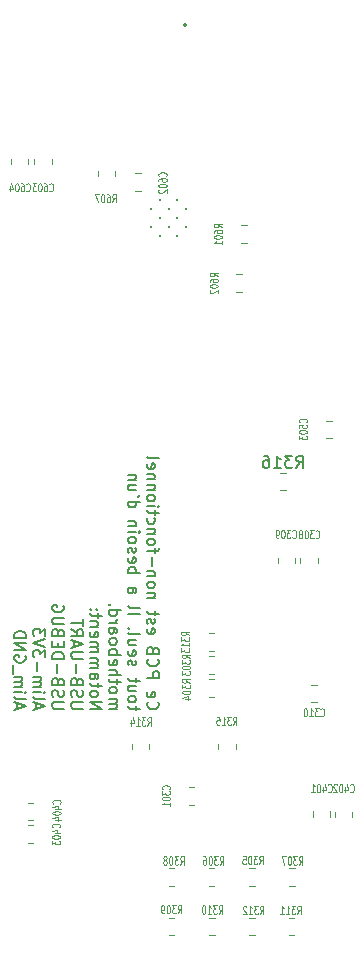
<source format=gbo>
%TF.GenerationSoftware,KiCad,Pcbnew,8.0.1-rc1*%
%TF.CreationDate,2024-08-06T22:31:27-04:00*%
%TF.ProjectId,SoM_ESP32_v1,536f4d5f-4553-4503-9332-5f76312e6b69,rev?*%
%TF.SameCoordinates,Original*%
%TF.FileFunction,Legend,Bot*%
%TF.FilePolarity,Positive*%
%FSLAX46Y46*%
G04 Gerber Fmt 4.6, Leading zero omitted, Abs format (unit mm)*
G04 Created by KiCad (PCBNEW 8.0.1-rc1) date 2024-08-06 22:31:27*
%MOMM*%
%LPD*%
G01*
G04 APERTURE LIST*
%ADD10C,0.200000*%
%ADD11C,0.150000*%
%ADD12C,0.100000*%
%ADD13C,0.120000*%
%ADD14C,0.300000*%
%ADD15C,0.350000*%
G04 APERTURE END LIST*
D10*
X132922627Y-112358898D02*
X132875008Y-112406517D01*
X132875008Y-112406517D02*
X132827388Y-112549374D01*
X132827388Y-112549374D02*
X132827388Y-112644612D01*
X132827388Y-112644612D02*
X132875008Y-112787469D01*
X132875008Y-112787469D02*
X132970246Y-112882707D01*
X132970246Y-112882707D02*
X133065484Y-112930326D01*
X133065484Y-112930326D02*
X133255960Y-112977945D01*
X133255960Y-112977945D02*
X133398817Y-112977945D01*
X133398817Y-112977945D02*
X133589293Y-112930326D01*
X133589293Y-112930326D02*
X133684531Y-112882707D01*
X133684531Y-112882707D02*
X133779769Y-112787469D01*
X133779769Y-112787469D02*
X133827388Y-112644612D01*
X133827388Y-112644612D02*
X133827388Y-112549374D01*
X133827388Y-112549374D02*
X133779769Y-112406517D01*
X133779769Y-112406517D02*
X133732150Y-112358898D01*
X132875008Y-111549374D02*
X132827388Y-111644612D01*
X132827388Y-111644612D02*
X132827388Y-111835088D01*
X132827388Y-111835088D02*
X132875008Y-111930326D01*
X132875008Y-111930326D02*
X132970246Y-111977945D01*
X132970246Y-111977945D02*
X133351198Y-111977945D01*
X133351198Y-111977945D02*
X133446436Y-111930326D01*
X133446436Y-111930326D02*
X133494055Y-111835088D01*
X133494055Y-111835088D02*
X133494055Y-111644612D01*
X133494055Y-111644612D02*
X133446436Y-111549374D01*
X133446436Y-111549374D02*
X133351198Y-111501755D01*
X133351198Y-111501755D02*
X133255960Y-111501755D01*
X133255960Y-111501755D02*
X133160722Y-111977945D01*
X132827388Y-110311278D02*
X133827388Y-110311278D01*
X133827388Y-110311278D02*
X133827388Y-109930326D01*
X133827388Y-109930326D02*
X133779769Y-109835088D01*
X133779769Y-109835088D02*
X133732150Y-109787469D01*
X133732150Y-109787469D02*
X133636912Y-109739850D01*
X133636912Y-109739850D02*
X133494055Y-109739850D01*
X133494055Y-109739850D02*
X133398817Y-109787469D01*
X133398817Y-109787469D02*
X133351198Y-109835088D01*
X133351198Y-109835088D02*
X133303579Y-109930326D01*
X133303579Y-109930326D02*
X133303579Y-110311278D01*
X132922627Y-108739850D02*
X132875008Y-108787469D01*
X132875008Y-108787469D02*
X132827388Y-108930326D01*
X132827388Y-108930326D02*
X132827388Y-109025564D01*
X132827388Y-109025564D02*
X132875008Y-109168421D01*
X132875008Y-109168421D02*
X132970246Y-109263659D01*
X132970246Y-109263659D02*
X133065484Y-109311278D01*
X133065484Y-109311278D02*
X133255960Y-109358897D01*
X133255960Y-109358897D02*
X133398817Y-109358897D01*
X133398817Y-109358897D02*
X133589293Y-109311278D01*
X133589293Y-109311278D02*
X133684531Y-109263659D01*
X133684531Y-109263659D02*
X133779769Y-109168421D01*
X133779769Y-109168421D02*
X133827388Y-109025564D01*
X133827388Y-109025564D02*
X133827388Y-108930326D01*
X133827388Y-108930326D02*
X133779769Y-108787469D01*
X133779769Y-108787469D02*
X133732150Y-108739850D01*
X133351198Y-107977945D02*
X133303579Y-107835088D01*
X133303579Y-107835088D02*
X133255960Y-107787469D01*
X133255960Y-107787469D02*
X133160722Y-107739850D01*
X133160722Y-107739850D02*
X133017865Y-107739850D01*
X133017865Y-107739850D02*
X132922627Y-107787469D01*
X132922627Y-107787469D02*
X132875008Y-107835088D01*
X132875008Y-107835088D02*
X132827388Y-107930326D01*
X132827388Y-107930326D02*
X132827388Y-108311278D01*
X132827388Y-108311278D02*
X133827388Y-108311278D01*
X133827388Y-108311278D02*
X133827388Y-107977945D01*
X133827388Y-107977945D02*
X133779769Y-107882707D01*
X133779769Y-107882707D02*
X133732150Y-107835088D01*
X133732150Y-107835088D02*
X133636912Y-107787469D01*
X133636912Y-107787469D02*
X133541674Y-107787469D01*
X133541674Y-107787469D02*
X133446436Y-107835088D01*
X133446436Y-107835088D02*
X133398817Y-107882707D01*
X133398817Y-107882707D02*
X133351198Y-107977945D01*
X133351198Y-107977945D02*
X133351198Y-108311278D01*
X132875008Y-106168421D02*
X132827388Y-106263659D01*
X132827388Y-106263659D02*
X132827388Y-106454135D01*
X132827388Y-106454135D02*
X132875008Y-106549373D01*
X132875008Y-106549373D02*
X132970246Y-106596992D01*
X132970246Y-106596992D02*
X133351198Y-106596992D01*
X133351198Y-106596992D02*
X133446436Y-106549373D01*
X133446436Y-106549373D02*
X133494055Y-106454135D01*
X133494055Y-106454135D02*
X133494055Y-106263659D01*
X133494055Y-106263659D02*
X133446436Y-106168421D01*
X133446436Y-106168421D02*
X133351198Y-106120802D01*
X133351198Y-106120802D02*
X133255960Y-106120802D01*
X133255960Y-106120802D02*
X133160722Y-106596992D01*
X132875008Y-105739849D02*
X132827388Y-105644611D01*
X132827388Y-105644611D02*
X132827388Y-105454135D01*
X132827388Y-105454135D02*
X132875008Y-105358897D01*
X132875008Y-105358897D02*
X132970246Y-105311278D01*
X132970246Y-105311278D02*
X133017865Y-105311278D01*
X133017865Y-105311278D02*
X133113103Y-105358897D01*
X133113103Y-105358897D02*
X133160722Y-105454135D01*
X133160722Y-105454135D02*
X133160722Y-105596992D01*
X133160722Y-105596992D02*
X133208341Y-105692230D01*
X133208341Y-105692230D02*
X133303579Y-105739849D01*
X133303579Y-105739849D02*
X133351198Y-105739849D01*
X133351198Y-105739849D02*
X133446436Y-105692230D01*
X133446436Y-105692230D02*
X133494055Y-105596992D01*
X133494055Y-105596992D02*
X133494055Y-105454135D01*
X133494055Y-105454135D02*
X133446436Y-105358897D01*
X133494055Y-105025563D02*
X133494055Y-104644611D01*
X133827388Y-104882706D02*
X132970246Y-104882706D01*
X132970246Y-104882706D02*
X132875008Y-104835087D01*
X132875008Y-104835087D02*
X132827388Y-104739849D01*
X132827388Y-104739849D02*
X132827388Y-104644611D01*
X133494055Y-103549372D02*
X132827388Y-103549372D01*
X133398817Y-103549372D02*
X133446436Y-103501753D01*
X133446436Y-103501753D02*
X133494055Y-103406515D01*
X133494055Y-103406515D02*
X133494055Y-103263658D01*
X133494055Y-103263658D02*
X133446436Y-103168420D01*
X133446436Y-103168420D02*
X133351198Y-103120801D01*
X133351198Y-103120801D02*
X132827388Y-103120801D01*
X132827388Y-102501753D02*
X132875008Y-102596991D01*
X132875008Y-102596991D02*
X132922627Y-102644610D01*
X132922627Y-102644610D02*
X133017865Y-102692229D01*
X133017865Y-102692229D02*
X133303579Y-102692229D01*
X133303579Y-102692229D02*
X133398817Y-102644610D01*
X133398817Y-102644610D02*
X133446436Y-102596991D01*
X133446436Y-102596991D02*
X133494055Y-102501753D01*
X133494055Y-102501753D02*
X133494055Y-102358896D01*
X133494055Y-102358896D02*
X133446436Y-102263658D01*
X133446436Y-102263658D02*
X133398817Y-102216039D01*
X133398817Y-102216039D02*
X133303579Y-102168420D01*
X133303579Y-102168420D02*
X133017865Y-102168420D01*
X133017865Y-102168420D02*
X132922627Y-102216039D01*
X132922627Y-102216039D02*
X132875008Y-102263658D01*
X132875008Y-102263658D02*
X132827388Y-102358896D01*
X132827388Y-102358896D02*
X132827388Y-102501753D01*
X133494055Y-101739848D02*
X132827388Y-101739848D01*
X133398817Y-101739848D02*
X133446436Y-101692229D01*
X133446436Y-101692229D02*
X133494055Y-101596991D01*
X133494055Y-101596991D02*
X133494055Y-101454134D01*
X133494055Y-101454134D02*
X133446436Y-101358896D01*
X133446436Y-101358896D02*
X133351198Y-101311277D01*
X133351198Y-101311277D02*
X132827388Y-101311277D01*
X133208341Y-100835086D02*
X133208341Y-100073182D01*
X133494055Y-99739848D02*
X133494055Y-99358896D01*
X132827388Y-99596991D02*
X133684531Y-99596991D01*
X133684531Y-99596991D02*
X133779769Y-99549372D01*
X133779769Y-99549372D02*
X133827388Y-99454134D01*
X133827388Y-99454134D02*
X133827388Y-99358896D01*
X132827388Y-98882705D02*
X132875008Y-98977943D01*
X132875008Y-98977943D02*
X132922627Y-99025562D01*
X132922627Y-99025562D02*
X133017865Y-99073181D01*
X133017865Y-99073181D02*
X133303579Y-99073181D01*
X133303579Y-99073181D02*
X133398817Y-99025562D01*
X133398817Y-99025562D02*
X133446436Y-98977943D01*
X133446436Y-98977943D02*
X133494055Y-98882705D01*
X133494055Y-98882705D02*
X133494055Y-98739848D01*
X133494055Y-98739848D02*
X133446436Y-98644610D01*
X133446436Y-98644610D02*
X133398817Y-98596991D01*
X133398817Y-98596991D02*
X133303579Y-98549372D01*
X133303579Y-98549372D02*
X133017865Y-98549372D01*
X133017865Y-98549372D02*
X132922627Y-98596991D01*
X132922627Y-98596991D02*
X132875008Y-98644610D01*
X132875008Y-98644610D02*
X132827388Y-98739848D01*
X132827388Y-98739848D02*
X132827388Y-98882705D01*
X133494055Y-98120800D02*
X132827388Y-98120800D01*
X133398817Y-98120800D02*
X133446436Y-98073181D01*
X133446436Y-98073181D02*
X133494055Y-97977943D01*
X133494055Y-97977943D02*
X133494055Y-97835086D01*
X133494055Y-97835086D02*
X133446436Y-97739848D01*
X133446436Y-97739848D02*
X133351198Y-97692229D01*
X133351198Y-97692229D02*
X132827388Y-97692229D01*
X132875008Y-96787467D02*
X132827388Y-96882705D01*
X132827388Y-96882705D02*
X132827388Y-97073181D01*
X132827388Y-97073181D02*
X132875008Y-97168419D01*
X132875008Y-97168419D02*
X132922627Y-97216038D01*
X132922627Y-97216038D02*
X133017865Y-97263657D01*
X133017865Y-97263657D02*
X133303579Y-97263657D01*
X133303579Y-97263657D02*
X133398817Y-97216038D01*
X133398817Y-97216038D02*
X133446436Y-97168419D01*
X133446436Y-97168419D02*
X133494055Y-97073181D01*
X133494055Y-97073181D02*
X133494055Y-96882705D01*
X133494055Y-96882705D02*
X133446436Y-96787467D01*
X133494055Y-96501752D02*
X133494055Y-96120800D01*
X133827388Y-96358895D02*
X132970246Y-96358895D01*
X132970246Y-96358895D02*
X132875008Y-96311276D01*
X132875008Y-96311276D02*
X132827388Y-96216038D01*
X132827388Y-96216038D02*
X132827388Y-96120800D01*
X132827388Y-95787466D02*
X133494055Y-95787466D01*
X133827388Y-95787466D02*
X133779769Y-95835085D01*
X133779769Y-95835085D02*
X133732150Y-95787466D01*
X133732150Y-95787466D02*
X133779769Y-95739847D01*
X133779769Y-95739847D02*
X133827388Y-95787466D01*
X133827388Y-95787466D02*
X133732150Y-95787466D01*
X132827388Y-95168419D02*
X132875008Y-95263657D01*
X132875008Y-95263657D02*
X132922627Y-95311276D01*
X132922627Y-95311276D02*
X133017865Y-95358895D01*
X133017865Y-95358895D02*
X133303579Y-95358895D01*
X133303579Y-95358895D02*
X133398817Y-95311276D01*
X133398817Y-95311276D02*
X133446436Y-95263657D01*
X133446436Y-95263657D02*
X133494055Y-95168419D01*
X133494055Y-95168419D02*
X133494055Y-95025562D01*
X133494055Y-95025562D02*
X133446436Y-94930324D01*
X133446436Y-94930324D02*
X133398817Y-94882705D01*
X133398817Y-94882705D02*
X133303579Y-94835086D01*
X133303579Y-94835086D02*
X133017865Y-94835086D01*
X133017865Y-94835086D02*
X132922627Y-94882705D01*
X132922627Y-94882705D02*
X132875008Y-94930324D01*
X132875008Y-94930324D02*
X132827388Y-95025562D01*
X132827388Y-95025562D02*
X132827388Y-95168419D01*
X133494055Y-94406514D02*
X132827388Y-94406514D01*
X133398817Y-94406514D02*
X133446436Y-94358895D01*
X133446436Y-94358895D02*
X133494055Y-94263657D01*
X133494055Y-94263657D02*
X133494055Y-94120800D01*
X133494055Y-94120800D02*
X133446436Y-94025562D01*
X133446436Y-94025562D02*
X133351198Y-93977943D01*
X133351198Y-93977943D02*
X132827388Y-93977943D01*
X133494055Y-93501752D02*
X132827388Y-93501752D01*
X133398817Y-93501752D02*
X133446436Y-93454133D01*
X133446436Y-93454133D02*
X133494055Y-93358895D01*
X133494055Y-93358895D02*
X133494055Y-93216038D01*
X133494055Y-93216038D02*
X133446436Y-93120800D01*
X133446436Y-93120800D02*
X133351198Y-93073181D01*
X133351198Y-93073181D02*
X132827388Y-93073181D01*
X132875008Y-92216038D02*
X132827388Y-92311276D01*
X132827388Y-92311276D02*
X132827388Y-92501752D01*
X132827388Y-92501752D02*
X132875008Y-92596990D01*
X132875008Y-92596990D02*
X132970246Y-92644609D01*
X132970246Y-92644609D02*
X133351198Y-92644609D01*
X133351198Y-92644609D02*
X133446436Y-92596990D01*
X133446436Y-92596990D02*
X133494055Y-92501752D01*
X133494055Y-92501752D02*
X133494055Y-92311276D01*
X133494055Y-92311276D02*
X133446436Y-92216038D01*
X133446436Y-92216038D02*
X133351198Y-92168419D01*
X133351198Y-92168419D02*
X133255960Y-92168419D01*
X133255960Y-92168419D02*
X133160722Y-92644609D01*
X132827388Y-91596990D02*
X132875008Y-91692228D01*
X132875008Y-91692228D02*
X132970246Y-91739847D01*
X132970246Y-91739847D02*
X133827388Y-91739847D01*
X131884111Y-113073183D02*
X131884111Y-112692231D01*
X132217444Y-112930326D02*
X131360302Y-112930326D01*
X131360302Y-112930326D02*
X131265064Y-112882707D01*
X131265064Y-112882707D02*
X131217444Y-112787469D01*
X131217444Y-112787469D02*
X131217444Y-112692231D01*
X131217444Y-112216040D02*
X131265064Y-112311278D01*
X131265064Y-112311278D02*
X131312683Y-112358897D01*
X131312683Y-112358897D02*
X131407921Y-112406516D01*
X131407921Y-112406516D02*
X131693635Y-112406516D01*
X131693635Y-112406516D02*
X131788873Y-112358897D01*
X131788873Y-112358897D02*
X131836492Y-112311278D01*
X131836492Y-112311278D02*
X131884111Y-112216040D01*
X131884111Y-112216040D02*
X131884111Y-112073183D01*
X131884111Y-112073183D02*
X131836492Y-111977945D01*
X131836492Y-111977945D02*
X131788873Y-111930326D01*
X131788873Y-111930326D02*
X131693635Y-111882707D01*
X131693635Y-111882707D02*
X131407921Y-111882707D01*
X131407921Y-111882707D02*
X131312683Y-111930326D01*
X131312683Y-111930326D02*
X131265064Y-111977945D01*
X131265064Y-111977945D02*
X131217444Y-112073183D01*
X131217444Y-112073183D02*
X131217444Y-112216040D01*
X131884111Y-111025564D02*
X131217444Y-111025564D01*
X131884111Y-111454135D02*
X131360302Y-111454135D01*
X131360302Y-111454135D02*
X131265064Y-111406516D01*
X131265064Y-111406516D02*
X131217444Y-111311278D01*
X131217444Y-111311278D02*
X131217444Y-111168421D01*
X131217444Y-111168421D02*
X131265064Y-111073183D01*
X131265064Y-111073183D02*
X131312683Y-111025564D01*
X131884111Y-110692230D02*
X131884111Y-110311278D01*
X132217444Y-110549373D02*
X131360302Y-110549373D01*
X131360302Y-110549373D02*
X131265064Y-110501754D01*
X131265064Y-110501754D02*
X131217444Y-110406516D01*
X131217444Y-110406516D02*
X131217444Y-110311278D01*
X131265064Y-109263658D02*
X131217444Y-109168420D01*
X131217444Y-109168420D02*
X131217444Y-108977944D01*
X131217444Y-108977944D02*
X131265064Y-108882706D01*
X131265064Y-108882706D02*
X131360302Y-108835087D01*
X131360302Y-108835087D02*
X131407921Y-108835087D01*
X131407921Y-108835087D02*
X131503159Y-108882706D01*
X131503159Y-108882706D02*
X131550778Y-108977944D01*
X131550778Y-108977944D02*
X131550778Y-109120801D01*
X131550778Y-109120801D02*
X131598397Y-109216039D01*
X131598397Y-109216039D02*
X131693635Y-109263658D01*
X131693635Y-109263658D02*
X131741254Y-109263658D01*
X131741254Y-109263658D02*
X131836492Y-109216039D01*
X131836492Y-109216039D02*
X131884111Y-109120801D01*
X131884111Y-109120801D02*
X131884111Y-108977944D01*
X131884111Y-108977944D02*
X131836492Y-108882706D01*
X131265064Y-108025563D02*
X131217444Y-108120801D01*
X131217444Y-108120801D02*
X131217444Y-108311277D01*
X131217444Y-108311277D02*
X131265064Y-108406515D01*
X131265064Y-108406515D02*
X131360302Y-108454134D01*
X131360302Y-108454134D02*
X131741254Y-108454134D01*
X131741254Y-108454134D02*
X131836492Y-108406515D01*
X131836492Y-108406515D02*
X131884111Y-108311277D01*
X131884111Y-108311277D02*
X131884111Y-108120801D01*
X131884111Y-108120801D02*
X131836492Y-108025563D01*
X131836492Y-108025563D02*
X131741254Y-107977944D01*
X131741254Y-107977944D02*
X131646016Y-107977944D01*
X131646016Y-107977944D02*
X131550778Y-108454134D01*
X131884111Y-107120801D02*
X131217444Y-107120801D01*
X131884111Y-107549372D02*
X131360302Y-107549372D01*
X131360302Y-107549372D02*
X131265064Y-107501753D01*
X131265064Y-107501753D02*
X131217444Y-107406515D01*
X131217444Y-107406515D02*
X131217444Y-107263658D01*
X131217444Y-107263658D02*
X131265064Y-107168420D01*
X131265064Y-107168420D02*
X131312683Y-107120801D01*
X131217444Y-106501753D02*
X131265064Y-106596991D01*
X131265064Y-106596991D02*
X131360302Y-106644610D01*
X131360302Y-106644610D02*
X132217444Y-106644610D01*
X131312683Y-106120800D02*
X131265064Y-106073181D01*
X131265064Y-106073181D02*
X131217444Y-106120800D01*
X131217444Y-106120800D02*
X131265064Y-106168419D01*
X131265064Y-106168419D02*
X131312683Y-106120800D01*
X131312683Y-106120800D02*
X131217444Y-106120800D01*
X131217444Y-104882705D02*
X132217444Y-104882705D01*
X131217444Y-104263658D02*
X131265064Y-104358896D01*
X131265064Y-104358896D02*
X131360302Y-104406515D01*
X131360302Y-104406515D02*
X132217444Y-104406515D01*
X131217444Y-102692229D02*
X131741254Y-102692229D01*
X131741254Y-102692229D02*
X131836492Y-102739848D01*
X131836492Y-102739848D02*
X131884111Y-102835086D01*
X131884111Y-102835086D02*
X131884111Y-103025562D01*
X131884111Y-103025562D02*
X131836492Y-103120800D01*
X131265064Y-102692229D02*
X131217444Y-102787467D01*
X131217444Y-102787467D02*
X131217444Y-103025562D01*
X131217444Y-103025562D02*
X131265064Y-103120800D01*
X131265064Y-103120800D02*
X131360302Y-103168419D01*
X131360302Y-103168419D02*
X131455540Y-103168419D01*
X131455540Y-103168419D02*
X131550778Y-103120800D01*
X131550778Y-103120800D02*
X131598397Y-103025562D01*
X131598397Y-103025562D02*
X131598397Y-102787467D01*
X131598397Y-102787467D02*
X131646016Y-102692229D01*
X131217444Y-101454133D02*
X132217444Y-101454133D01*
X131836492Y-101454133D02*
X131884111Y-101358895D01*
X131884111Y-101358895D02*
X131884111Y-101168419D01*
X131884111Y-101168419D02*
X131836492Y-101073181D01*
X131836492Y-101073181D02*
X131788873Y-101025562D01*
X131788873Y-101025562D02*
X131693635Y-100977943D01*
X131693635Y-100977943D02*
X131407921Y-100977943D01*
X131407921Y-100977943D02*
X131312683Y-101025562D01*
X131312683Y-101025562D02*
X131265064Y-101073181D01*
X131265064Y-101073181D02*
X131217444Y-101168419D01*
X131217444Y-101168419D02*
X131217444Y-101358895D01*
X131217444Y-101358895D02*
X131265064Y-101454133D01*
X131265064Y-100168419D02*
X131217444Y-100263657D01*
X131217444Y-100263657D02*
X131217444Y-100454133D01*
X131217444Y-100454133D02*
X131265064Y-100549371D01*
X131265064Y-100549371D02*
X131360302Y-100596990D01*
X131360302Y-100596990D02*
X131741254Y-100596990D01*
X131741254Y-100596990D02*
X131836492Y-100549371D01*
X131836492Y-100549371D02*
X131884111Y-100454133D01*
X131884111Y-100454133D02*
X131884111Y-100263657D01*
X131884111Y-100263657D02*
X131836492Y-100168419D01*
X131836492Y-100168419D02*
X131741254Y-100120800D01*
X131741254Y-100120800D02*
X131646016Y-100120800D01*
X131646016Y-100120800D02*
X131550778Y-100596990D01*
X131265064Y-99739847D02*
X131217444Y-99644609D01*
X131217444Y-99644609D02*
X131217444Y-99454133D01*
X131217444Y-99454133D02*
X131265064Y-99358895D01*
X131265064Y-99358895D02*
X131360302Y-99311276D01*
X131360302Y-99311276D02*
X131407921Y-99311276D01*
X131407921Y-99311276D02*
X131503159Y-99358895D01*
X131503159Y-99358895D02*
X131550778Y-99454133D01*
X131550778Y-99454133D02*
X131550778Y-99596990D01*
X131550778Y-99596990D02*
X131598397Y-99692228D01*
X131598397Y-99692228D02*
X131693635Y-99739847D01*
X131693635Y-99739847D02*
X131741254Y-99739847D01*
X131741254Y-99739847D02*
X131836492Y-99692228D01*
X131836492Y-99692228D02*
X131884111Y-99596990D01*
X131884111Y-99596990D02*
X131884111Y-99454133D01*
X131884111Y-99454133D02*
X131836492Y-99358895D01*
X131217444Y-98739847D02*
X131265064Y-98835085D01*
X131265064Y-98835085D02*
X131312683Y-98882704D01*
X131312683Y-98882704D02*
X131407921Y-98930323D01*
X131407921Y-98930323D02*
X131693635Y-98930323D01*
X131693635Y-98930323D02*
X131788873Y-98882704D01*
X131788873Y-98882704D02*
X131836492Y-98835085D01*
X131836492Y-98835085D02*
X131884111Y-98739847D01*
X131884111Y-98739847D02*
X131884111Y-98596990D01*
X131884111Y-98596990D02*
X131836492Y-98501752D01*
X131836492Y-98501752D02*
X131788873Y-98454133D01*
X131788873Y-98454133D02*
X131693635Y-98406514D01*
X131693635Y-98406514D02*
X131407921Y-98406514D01*
X131407921Y-98406514D02*
X131312683Y-98454133D01*
X131312683Y-98454133D02*
X131265064Y-98501752D01*
X131265064Y-98501752D02*
X131217444Y-98596990D01*
X131217444Y-98596990D02*
X131217444Y-98739847D01*
X131217444Y-97977942D02*
X131884111Y-97977942D01*
X132217444Y-97977942D02*
X132169825Y-98025561D01*
X132169825Y-98025561D02*
X132122206Y-97977942D01*
X132122206Y-97977942D02*
X132169825Y-97930323D01*
X132169825Y-97930323D02*
X132217444Y-97977942D01*
X132217444Y-97977942D02*
X132122206Y-97977942D01*
X131884111Y-97501752D02*
X131217444Y-97501752D01*
X131788873Y-97501752D02*
X131836492Y-97454133D01*
X131836492Y-97454133D02*
X131884111Y-97358895D01*
X131884111Y-97358895D02*
X131884111Y-97216038D01*
X131884111Y-97216038D02*
X131836492Y-97120800D01*
X131836492Y-97120800D02*
X131741254Y-97073181D01*
X131741254Y-97073181D02*
X131217444Y-97073181D01*
X131217444Y-95406514D02*
X132217444Y-95406514D01*
X131265064Y-95406514D02*
X131217444Y-95501752D01*
X131217444Y-95501752D02*
X131217444Y-95692228D01*
X131217444Y-95692228D02*
X131265064Y-95787466D01*
X131265064Y-95787466D02*
X131312683Y-95835085D01*
X131312683Y-95835085D02*
X131407921Y-95882704D01*
X131407921Y-95882704D02*
X131693635Y-95882704D01*
X131693635Y-95882704D02*
X131788873Y-95835085D01*
X131788873Y-95835085D02*
X131836492Y-95787466D01*
X131836492Y-95787466D02*
X131884111Y-95692228D01*
X131884111Y-95692228D02*
X131884111Y-95501752D01*
X131884111Y-95501752D02*
X131836492Y-95406514D01*
X132217444Y-94882704D02*
X132026968Y-94977942D01*
X131884111Y-94025562D02*
X131217444Y-94025562D01*
X131884111Y-94454133D02*
X131360302Y-94454133D01*
X131360302Y-94454133D02*
X131265064Y-94406514D01*
X131265064Y-94406514D02*
X131217444Y-94311276D01*
X131217444Y-94311276D02*
X131217444Y-94168419D01*
X131217444Y-94168419D02*
X131265064Y-94073181D01*
X131265064Y-94073181D02*
X131312683Y-94025562D01*
X131884111Y-93549371D02*
X131217444Y-93549371D01*
X131788873Y-93549371D02*
X131836492Y-93501752D01*
X131836492Y-93501752D02*
X131884111Y-93406514D01*
X131884111Y-93406514D02*
X131884111Y-93263657D01*
X131884111Y-93263657D02*
X131836492Y-93168419D01*
X131836492Y-93168419D02*
X131741254Y-93120800D01*
X131741254Y-93120800D02*
X131217444Y-93120800D01*
X129607500Y-112930326D02*
X130274167Y-112930326D01*
X130178929Y-112930326D02*
X130226548Y-112882707D01*
X130226548Y-112882707D02*
X130274167Y-112787469D01*
X130274167Y-112787469D02*
X130274167Y-112644612D01*
X130274167Y-112644612D02*
X130226548Y-112549374D01*
X130226548Y-112549374D02*
X130131310Y-112501755D01*
X130131310Y-112501755D02*
X129607500Y-112501755D01*
X130131310Y-112501755D02*
X130226548Y-112454136D01*
X130226548Y-112454136D02*
X130274167Y-112358898D01*
X130274167Y-112358898D02*
X130274167Y-112216041D01*
X130274167Y-112216041D02*
X130226548Y-112120802D01*
X130226548Y-112120802D02*
X130131310Y-112073183D01*
X130131310Y-112073183D02*
X129607500Y-112073183D01*
X129607500Y-111454136D02*
X129655120Y-111549374D01*
X129655120Y-111549374D02*
X129702739Y-111596993D01*
X129702739Y-111596993D02*
X129797977Y-111644612D01*
X129797977Y-111644612D02*
X130083691Y-111644612D01*
X130083691Y-111644612D02*
X130178929Y-111596993D01*
X130178929Y-111596993D02*
X130226548Y-111549374D01*
X130226548Y-111549374D02*
X130274167Y-111454136D01*
X130274167Y-111454136D02*
X130274167Y-111311279D01*
X130274167Y-111311279D02*
X130226548Y-111216041D01*
X130226548Y-111216041D02*
X130178929Y-111168422D01*
X130178929Y-111168422D02*
X130083691Y-111120803D01*
X130083691Y-111120803D02*
X129797977Y-111120803D01*
X129797977Y-111120803D02*
X129702739Y-111168422D01*
X129702739Y-111168422D02*
X129655120Y-111216041D01*
X129655120Y-111216041D02*
X129607500Y-111311279D01*
X129607500Y-111311279D02*
X129607500Y-111454136D01*
X130274167Y-110835088D02*
X130274167Y-110454136D01*
X130607500Y-110692231D02*
X129750358Y-110692231D01*
X129750358Y-110692231D02*
X129655120Y-110644612D01*
X129655120Y-110644612D02*
X129607500Y-110549374D01*
X129607500Y-110549374D02*
X129607500Y-110454136D01*
X129607500Y-110120802D02*
X130607500Y-110120802D01*
X129607500Y-109692231D02*
X130131310Y-109692231D01*
X130131310Y-109692231D02*
X130226548Y-109739850D01*
X130226548Y-109739850D02*
X130274167Y-109835088D01*
X130274167Y-109835088D02*
X130274167Y-109977945D01*
X130274167Y-109977945D02*
X130226548Y-110073183D01*
X130226548Y-110073183D02*
X130178929Y-110120802D01*
X129655120Y-108835088D02*
X129607500Y-108930326D01*
X129607500Y-108930326D02*
X129607500Y-109120802D01*
X129607500Y-109120802D02*
X129655120Y-109216040D01*
X129655120Y-109216040D02*
X129750358Y-109263659D01*
X129750358Y-109263659D02*
X130131310Y-109263659D01*
X130131310Y-109263659D02*
X130226548Y-109216040D01*
X130226548Y-109216040D02*
X130274167Y-109120802D01*
X130274167Y-109120802D02*
X130274167Y-108930326D01*
X130274167Y-108930326D02*
X130226548Y-108835088D01*
X130226548Y-108835088D02*
X130131310Y-108787469D01*
X130131310Y-108787469D02*
X130036072Y-108787469D01*
X130036072Y-108787469D02*
X129940834Y-109263659D01*
X129607500Y-108358897D02*
X130607500Y-108358897D01*
X130226548Y-108358897D02*
X130274167Y-108263659D01*
X130274167Y-108263659D02*
X130274167Y-108073183D01*
X130274167Y-108073183D02*
X130226548Y-107977945D01*
X130226548Y-107977945D02*
X130178929Y-107930326D01*
X130178929Y-107930326D02*
X130083691Y-107882707D01*
X130083691Y-107882707D02*
X129797977Y-107882707D01*
X129797977Y-107882707D02*
X129702739Y-107930326D01*
X129702739Y-107930326D02*
X129655120Y-107977945D01*
X129655120Y-107977945D02*
X129607500Y-108073183D01*
X129607500Y-108073183D02*
X129607500Y-108263659D01*
X129607500Y-108263659D02*
X129655120Y-108358897D01*
X129607500Y-107311278D02*
X129655120Y-107406516D01*
X129655120Y-107406516D02*
X129702739Y-107454135D01*
X129702739Y-107454135D02*
X129797977Y-107501754D01*
X129797977Y-107501754D02*
X130083691Y-107501754D01*
X130083691Y-107501754D02*
X130178929Y-107454135D01*
X130178929Y-107454135D02*
X130226548Y-107406516D01*
X130226548Y-107406516D02*
X130274167Y-107311278D01*
X130274167Y-107311278D02*
X130274167Y-107168421D01*
X130274167Y-107168421D02*
X130226548Y-107073183D01*
X130226548Y-107073183D02*
X130178929Y-107025564D01*
X130178929Y-107025564D02*
X130083691Y-106977945D01*
X130083691Y-106977945D02*
X129797977Y-106977945D01*
X129797977Y-106977945D02*
X129702739Y-107025564D01*
X129702739Y-107025564D02*
X129655120Y-107073183D01*
X129655120Y-107073183D02*
X129607500Y-107168421D01*
X129607500Y-107168421D02*
X129607500Y-107311278D01*
X129607500Y-106120802D02*
X130131310Y-106120802D01*
X130131310Y-106120802D02*
X130226548Y-106168421D01*
X130226548Y-106168421D02*
X130274167Y-106263659D01*
X130274167Y-106263659D02*
X130274167Y-106454135D01*
X130274167Y-106454135D02*
X130226548Y-106549373D01*
X129655120Y-106120802D02*
X129607500Y-106216040D01*
X129607500Y-106216040D02*
X129607500Y-106454135D01*
X129607500Y-106454135D02*
X129655120Y-106549373D01*
X129655120Y-106549373D02*
X129750358Y-106596992D01*
X129750358Y-106596992D02*
X129845596Y-106596992D01*
X129845596Y-106596992D02*
X129940834Y-106549373D01*
X129940834Y-106549373D02*
X129988453Y-106454135D01*
X129988453Y-106454135D02*
X129988453Y-106216040D01*
X129988453Y-106216040D02*
X130036072Y-106120802D01*
X129607500Y-105644611D02*
X130274167Y-105644611D01*
X130083691Y-105644611D02*
X130178929Y-105596992D01*
X130178929Y-105596992D02*
X130226548Y-105549373D01*
X130226548Y-105549373D02*
X130274167Y-105454135D01*
X130274167Y-105454135D02*
X130274167Y-105358897D01*
X129607500Y-104596992D02*
X130607500Y-104596992D01*
X129655120Y-104596992D02*
X129607500Y-104692230D01*
X129607500Y-104692230D02*
X129607500Y-104882706D01*
X129607500Y-104882706D02*
X129655120Y-104977944D01*
X129655120Y-104977944D02*
X129702739Y-105025563D01*
X129702739Y-105025563D02*
X129797977Y-105073182D01*
X129797977Y-105073182D02*
X130083691Y-105073182D01*
X130083691Y-105073182D02*
X130178929Y-105025563D01*
X130178929Y-105025563D02*
X130226548Y-104977944D01*
X130226548Y-104977944D02*
X130274167Y-104882706D01*
X130274167Y-104882706D02*
X130274167Y-104692230D01*
X130274167Y-104692230D02*
X130226548Y-104596992D01*
X129702739Y-104120801D02*
X129655120Y-104073182D01*
X129655120Y-104073182D02*
X129607500Y-104120801D01*
X129607500Y-104120801D02*
X129655120Y-104168420D01*
X129655120Y-104168420D02*
X129702739Y-104120801D01*
X129702739Y-104120801D02*
X129607500Y-104120801D01*
X127997556Y-112930326D02*
X128997556Y-112930326D01*
X128997556Y-112930326D02*
X127997556Y-112358898D01*
X127997556Y-112358898D02*
X128997556Y-112358898D01*
X127997556Y-111739850D02*
X128045176Y-111835088D01*
X128045176Y-111835088D02*
X128092795Y-111882707D01*
X128092795Y-111882707D02*
X128188033Y-111930326D01*
X128188033Y-111930326D02*
X128473747Y-111930326D01*
X128473747Y-111930326D02*
X128568985Y-111882707D01*
X128568985Y-111882707D02*
X128616604Y-111835088D01*
X128616604Y-111835088D02*
X128664223Y-111739850D01*
X128664223Y-111739850D02*
X128664223Y-111596993D01*
X128664223Y-111596993D02*
X128616604Y-111501755D01*
X128616604Y-111501755D02*
X128568985Y-111454136D01*
X128568985Y-111454136D02*
X128473747Y-111406517D01*
X128473747Y-111406517D02*
X128188033Y-111406517D01*
X128188033Y-111406517D02*
X128092795Y-111454136D01*
X128092795Y-111454136D02*
X128045176Y-111501755D01*
X128045176Y-111501755D02*
X127997556Y-111596993D01*
X127997556Y-111596993D02*
X127997556Y-111739850D01*
X128664223Y-111120802D02*
X128664223Y-110739850D01*
X128997556Y-110977945D02*
X128140414Y-110977945D01*
X128140414Y-110977945D02*
X128045176Y-110930326D01*
X128045176Y-110930326D02*
X127997556Y-110835088D01*
X127997556Y-110835088D02*
X127997556Y-110739850D01*
X127997556Y-109977945D02*
X128521366Y-109977945D01*
X128521366Y-109977945D02*
X128616604Y-110025564D01*
X128616604Y-110025564D02*
X128664223Y-110120802D01*
X128664223Y-110120802D02*
X128664223Y-110311278D01*
X128664223Y-110311278D02*
X128616604Y-110406516D01*
X128045176Y-109977945D02*
X127997556Y-110073183D01*
X127997556Y-110073183D02*
X127997556Y-110311278D01*
X127997556Y-110311278D02*
X128045176Y-110406516D01*
X128045176Y-110406516D02*
X128140414Y-110454135D01*
X128140414Y-110454135D02*
X128235652Y-110454135D01*
X128235652Y-110454135D02*
X128330890Y-110406516D01*
X128330890Y-110406516D02*
X128378509Y-110311278D01*
X128378509Y-110311278D02*
X128378509Y-110073183D01*
X128378509Y-110073183D02*
X128426128Y-109977945D01*
X127997556Y-109501754D02*
X128664223Y-109501754D01*
X128568985Y-109501754D02*
X128616604Y-109454135D01*
X128616604Y-109454135D02*
X128664223Y-109358897D01*
X128664223Y-109358897D02*
X128664223Y-109216040D01*
X128664223Y-109216040D02*
X128616604Y-109120802D01*
X128616604Y-109120802D02*
X128521366Y-109073183D01*
X128521366Y-109073183D02*
X127997556Y-109073183D01*
X128521366Y-109073183D02*
X128616604Y-109025564D01*
X128616604Y-109025564D02*
X128664223Y-108930326D01*
X128664223Y-108930326D02*
X128664223Y-108787469D01*
X128664223Y-108787469D02*
X128616604Y-108692230D01*
X128616604Y-108692230D02*
X128521366Y-108644611D01*
X128521366Y-108644611D02*
X127997556Y-108644611D01*
X127997556Y-108168421D02*
X128664223Y-108168421D01*
X128568985Y-108168421D02*
X128616604Y-108120802D01*
X128616604Y-108120802D02*
X128664223Y-108025564D01*
X128664223Y-108025564D02*
X128664223Y-107882707D01*
X128664223Y-107882707D02*
X128616604Y-107787469D01*
X128616604Y-107787469D02*
X128521366Y-107739850D01*
X128521366Y-107739850D02*
X127997556Y-107739850D01*
X128521366Y-107739850D02*
X128616604Y-107692231D01*
X128616604Y-107692231D02*
X128664223Y-107596993D01*
X128664223Y-107596993D02*
X128664223Y-107454136D01*
X128664223Y-107454136D02*
X128616604Y-107358897D01*
X128616604Y-107358897D02*
X128521366Y-107311278D01*
X128521366Y-107311278D02*
X127997556Y-107311278D01*
X128045176Y-106454136D02*
X127997556Y-106549374D01*
X127997556Y-106549374D02*
X127997556Y-106739850D01*
X127997556Y-106739850D02*
X128045176Y-106835088D01*
X128045176Y-106835088D02*
X128140414Y-106882707D01*
X128140414Y-106882707D02*
X128521366Y-106882707D01*
X128521366Y-106882707D02*
X128616604Y-106835088D01*
X128616604Y-106835088D02*
X128664223Y-106739850D01*
X128664223Y-106739850D02*
X128664223Y-106549374D01*
X128664223Y-106549374D02*
X128616604Y-106454136D01*
X128616604Y-106454136D02*
X128521366Y-106406517D01*
X128521366Y-106406517D02*
X128426128Y-106406517D01*
X128426128Y-106406517D02*
X128330890Y-106882707D01*
X128664223Y-105977945D02*
X127997556Y-105977945D01*
X128568985Y-105977945D02*
X128616604Y-105930326D01*
X128616604Y-105930326D02*
X128664223Y-105835088D01*
X128664223Y-105835088D02*
X128664223Y-105692231D01*
X128664223Y-105692231D02*
X128616604Y-105596993D01*
X128616604Y-105596993D02*
X128521366Y-105549374D01*
X128521366Y-105549374D02*
X127997556Y-105549374D01*
X128664223Y-105216040D02*
X128664223Y-104835088D01*
X128997556Y-105073183D02*
X128140414Y-105073183D01*
X128140414Y-105073183D02*
X128045176Y-105025564D01*
X128045176Y-105025564D02*
X127997556Y-104930326D01*
X127997556Y-104930326D02*
X127997556Y-104835088D01*
X128092795Y-104501754D02*
X128045176Y-104454135D01*
X128045176Y-104454135D02*
X127997556Y-104501754D01*
X127997556Y-104501754D02*
X128045176Y-104549373D01*
X128045176Y-104549373D02*
X128092795Y-104501754D01*
X128092795Y-104501754D02*
X127997556Y-104501754D01*
X128616604Y-104501754D02*
X128568985Y-104454135D01*
X128568985Y-104454135D02*
X128521366Y-104501754D01*
X128521366Y-104501754D02*
X128568985Y-104549373D01*
X128568985Y-104549373D02*
X128616604Y-104501754D01*
X128616604Y-104501754D02*
X128521366Y-104501754D01*
X127387612Y-112930326D02*
X126578089Y-112930326D01*
X126578089Y-112930326D02*
X126482851Y-112882707D01*
X126482851Y-112882707D02*
X126435232Y-112835088D01*
X126435232Y-112835088D02*
X126387612Y-112739850D01*
X126387612Y-112739850D02*
X126387612Y-112549374D01*
X126387612Y-112549374D02*
X126435232Y-112454136D01*
X126435232Y-112454136D02*
X126482851Y-112406517D01*
X126482851Y-112406517D02*
X126578089Y-112358898D01*
X126578089Y-112358898D02*
X127387612Y-112358898D01*
X126435232Y-111930326D02*
X126387612Y-111787469D01*
X126387612Y-111787469D02*
X126387612Y-111549374D01*
X126387612Y-111549374D02*
X126435232Y-111454136D01*
X126435232Y-111454136D02*
X126482851Y-111406517D01*
X126482851Y-111406517D02*
X126578089Y-111358898D01*
X126578089Y-111358898D02*
X126673327Y-111358898D01*
X126673327Y-111358898D02*
X126768565Y-111406517D01*
X126768565Y-111406517D02*
X126816184Y-111454136D01*
X126816184Y-111454136D02*
X126863803Y-111549374D01*
X126863803Y-111549374D02*
X126911422Y-111739850D01*
X126911422Y-111739850D02*
X126959041Y-111835088D01*
X126959041Y-111835088D02*
X127006660Y-111882707D01*
X127006660Y-111882707D02*
X127101898Y-111930326D01*
X127101898Y-111930326D02*
X127197136Y-111930326D01*
X127197136Y-111930326D02*
X127292374Y-111882707D01*
X127292374Y-111882707D02*
X127339993Y-111835088D01*
X127339993Y-111835088D02*
X127387612Y-111739850D01*
X127387612Y-111739850D02*
X127387612Y-111501755D01*
X127387612Y-111501755D02*
X127339993Y-111358898D01*
X126911422Y-110596993D02*
X126863803Y-110454136D01*
X126863803Y-110454136D02*
X126816184Y-110406517D01*
X126816184Y-110406517D02*
X126720946Y-110358898D01*
X126720946Y-110358898D02*
X126578089Y-110358898D01*
X126578089Y-110358898D02*
X126482851Y-110406517D01*
X126482851Y-110406517D02*
X126435232Y-110454136D01*
X126435232Y-110454136D02*
X126387612Y-110549374D01*
X126387612Y-110549374D02*
X126387612Y-110930326D01*
X126387612Y-110930326D02*
X127387612Y-110930326D01*
X127387612Y-110930326D02*
X127387612Y-110596993D01*
X127387612Y-110596993D02*
X127339993Y-110501755D01*
X127339993Y-110501755D02*
X127292374Y-110454136D01*
X127292374Y-110454136D02*
X127197136Y-110406517D01*
X127197136Y-110406517D02*
X127101898Y-110406517D01*
X127101898Y-110406517D02*
X127006660Y-110454136D01*
X127006660Y-110454136D02*
X126959041Y-110501755D01*
X126959041Y-110501755D02*
X126911422Y-110596993D01*
X126911422Y-110596993D02*
X126911422Y-110930326D01*
X126768565Y-109930326D02*
X126768565Y-109168422D01*
X127387612Y-108692231D02*
X126578089Y-108692231D01*
X126578089Y-108692231D02*
X126482851Y-108644612D01*
X126482851Y-108644612D02*
X126435232Y-108596993D01*
X126435232Y-108596993D02*
X126387612Y-108501755D01*
X126387612Y-108501755D02*
X126387612Y-108311279D01*
X126387612Y-108311279D02*
X126435232Y-108216041D01*
X126435232Y-108216041D02*
X126482851Y-108168422D01*
X126482851Y-108168422D02*
X126578089Y-108120803D01*
X126578089Y-108120803D02*
X127387612Y-108120803D01*
X126673327Y-107692231D02*
X126673327Y-107216041D01*
X126387612Y-107787469D02*
X127387612Y-107454136D01*
X127387612Y-107454136D02*
X126387612Y-107120803D01*
X126387612Y-106216041D02*
X126863803Y-106549374D01*
X126387612Y-106787469D02*
X127387612Y-106787469D01*
X127387612Y-106787469D02*
X127387612Y-106406517D01*
X127387612Y-106406517D02*
X127339993Y-106311279D01*
X127339993Y-106311279D02*
X127292374Y-106263660D01*
X127292374Y-106263660D02*
X127197136Y-106216041D01*
X127197136Y-106216041D02*
X127054279Y-106216041D01*
X127054279Y-106216041D02*
X126959041Y-106263660D01*
X126959041Y-106263660D02*
X126911422Y-106311279D01*
X126911422Y-106311279D02*
X126863803Y-106406517D01*
X126863803Y-106406517D02*
X126863803Y-106787469D01*
X127387612Y-105930326D02*
X127387612Y-105358898D01*
X126387612Y-105644612D02*
X127387612Y-105644612D01*
X125777668Y-112930326D02*
X124968145Y-112930326D01*
X124968145Y-112930326D02*
X124872907Y-112882707D01*
X124872907Y-112882707D02*
X124825288Y-112835088D01*
X124825288Y-112835088D02*
X124777668Y-112739850D01*
X124777668Y-112739850D02*
X124777668Y-112549374D01*
X124777668Y-112549374D02*
X124825288Y-112454136D01*
X124825288Y-112454136D02*
X124872907Y-112406517D01*
X124872907Y-112406517D02*
X124968145Y-112358898D01*
X124968145Y-112358898D02*
X125777668Y-112358898D01*
X124825288Y-111930326D02*
X124777668Y-111787469D01*
X124777668Y-111787469D02*
X124777668Y-111549374D01*
X124777668Y-111549374D02*
X124825288Y-111454136D01*
X124825288Y-111454136D02*
X124872907Y-111406517D01*
X124872907Y-111406517D02*
X124968145Y-111358898D01*
X124968145Y-111358898D02*
X125063383Y-111358898D01*
X125063383Y-111358898D02*
X125158621Y-111406517D01*
X125158621Y-111406517D02*
X125206240Y-111454136D01*
X125206240Y-111454136D02*
X125253859Y-111549374D01*
X125253859Y-111549374D02*
X125301478Y-111739850D01*
X125301478Y-111739850D02*
X125349097Y-111835088D01*
X125349097Y-111835088D02*
X125396716Y-111882707D01*
X125396716Y-111882707D02*
X125491954Y-111930326D01*
X125491954Y-111930326D02*
X125587192Y-111930326D01*
X125587192Y-111930326D02*
X125682430Y-111882707D01*
X125682430Y-111882707D02*
X125730049Y-111835088D01*
X125730049Y-111835088D02*
X125777668Y-111739850D01*
X125777668Y-111739850D02*
X125777668Y-111501755D01*
X125777668Y-111501755D02*
X125730049Y-111358898D01*
X125301478Y-110596993D02*
X125253859Y-110454136D01*
X125253859Y-110454136D02*
X125206240Y-110406517D01*
X125206240Y-110406517D02*
X125111002Y-110358898D01*
X125111002Y-110358898D02*
X124968145Y-110358898D01*
X124968145Y-110358898D02*
X124872907Y-110406517D01*
X124872907Y-110406517D02*
X124825288Y-110454136D01*
X124825288Y-110454136D02*
X124777668Y-110549374D01*
X124777668Y-110549374D02*
X124777668Y-110930326D01*
X124777668Y-110930326D02*
X125777668Y-110930326D01*
X125777668Y-110930326D02*
X125777668Y-110596993D01*
X125777668Y-110596993D02*
X125730049Y-110501755D01*
X125730049Y-110501755D02*
X125682430Y-110454136D01*
X125682430Y-110454136D02*
X125587192Y-110406517D01*
X125587192Y-110406517D02*
X125491954Y-110406517D01*
X125491954Y-110406517D02*
X125396716Y-110454136D01*
X125396716Y-110454136D02*
X125349097Y-110501755D01*
X125349097Y-110501755D02*
X125301478Y-110596993D01*
X125301478Y-110596993D02*
X125301478Y-110930326D01*
X125158621Y-109930326D02*
X125158621Y-109168422D01*
X124777668Y-108692231D02*
X125777668Y-108692231D01*
X125777668Y-108692231D02*
X125777668Y-108454136D01*
X125777668Y-108454136D02*
X125730049Y-108311279D01*
X125730049Y-108311279D02*
X125634811Y-108216041D01*
X125634811Y-108216041D02*
X125539573Y-108168422D01*
X125539573Y-108168422D02*
X125349097Y-108120803D01*
X125349097Y-108120803D02*
X125206240Y-108120803D01*
X125206240Y-108120803D02*
X125015764Y-108168422D01*
X125015764Y-108168422D02*
X124920526Y-108216041D01*
X124920526Y-108216041D02*
X124825288Y-108311279D01*
X124825288Y-108311279D02*
X124777668Y-108454136D01*
X124777668Y-108454136D02*
X124777668Y-108692231D01*
X125301478Y-107692231D02*
X125301478Y-107358898D01*
X124777668Y-107216041D02*
X124777668Y-107692231D01*
X124777668Y-107692231D02*
X125777668Y-107692231D01*
X125777668Y-107692231D02*
X125777668Y-107216041D01*
X125301478Y-106454136D02*
X125253859Y-106311279D01*
X125253859Y-106311279D02*
X125206240Y-106263660D01*
X125206240Y-106263660D02*
X125111002Y-106216041D01*
X125111002Y-106216041D02*
X124968145Y-106216041D01*
X124968145Y-106216041D02*
X124872907Y-106263660D01*
X124872907Y-106263660D02*
X124825288Y-106311279D01*
X124825288Y-106311279D02*
X124777668Y-106406517D01*
X124777668Y-106406517D02*
X124777668Y-106787469D01*
X124777668Y-106787469D02*
X125777668Y-106787469D01*
X125777668Y-106787469D02*
X125777668Y-106454136D01*
X125777668Y-106454136D02*
X125730049Y-106358898D01*
X125730049Y-106358898D02*
X125682430Y-106311279D01*
X125682430Y-106311279D02*
X125587192Y-106263660D01*
X125587192Y-106263660D02*
X125491954Y-106263660D01*
X125491954Y-106263660D02*
X125396716Y-106311279D01*
X125396716Y-106311279D02*
X125349097Y-106358898D01*
X125349097Y-106358898D02*
X125301478Y-106454136D01*
X125301478Y-106454136D02*
X125301478Y-106787469D01*
X125777668Y-105787469D02*
X124968145Y-105787469D01*
X124968145Y-105787469D02*
X124872907Y-105739850D01*
X124872907Y-105739850D02*
X124825288Y-105692231D01*
X124825288Y-105692231D02*
X124777668Y-105596993D01*
X124777668Y-105596993D02*
X124777668Y-105406517D01*
X124777668Y-105406517D02*
X124825288Y-105311279D01*
X124825288Y-105311279D02*
X124872907Y-105263660D01*
X124872907Y-105263660D02*
X124968145Y-105216041D01*
X124968145Y-105216041D02*
X125777668Y-105216041D01*
X125730049Y-104216041D02*
X125777668Y-104311279D01*
X125777668Y-104311279D02*
X125777668Y-104454136D01*
X125777668Y-104454136D02*
X125730049Y-104596993D01*
X125730049Y-104596993D02*
X125634811Y-104692231D01*
X125634811Y-104692231D02*
X125539573Y-104739850D01*
X125539573Y-104739850D02*
X125349097Y-104787469D01*
X125349097Y-104787469D02*
X125206240Y-104787469D01*
X125206240Y-104787469D02*
X125015764Y-104739850D01*
X125015764Y-104739850D02*
X124920526Y-104692231D01*
X124920526Y-104692231D02*
X124825288Y-104596993D01*
X124825288Y-104596993D02*
X124777668Y-104454136D01*
X124777668Y-104454136D02*
X124777668Y-104358898D01*
X124777668Y-104358898D02*
X124825288Y-104216041D01*
X124825288Y-104216041D02*
X124872907Y-104168422D01*
X124872907Y-104168422D02*
X125206240Y-104168422D01*
X125206240Y-104168422D02*
X125206240Y-104358898D01*
X123453439Y-112977945D02*
X123453439Y-112501755D01*
X123167724Y-113073183D02*
X124167724Y-112739850D01*
X124167724Y-112739850D02*
X123167724Y-112406517D01*
X123167724Y-111930326D02*
X123215344Y-112025564D01*
X123215344Y-112025564D02*
X123310582Y-112073183D01*
X123310582Y-112073183D02*
X124167724Y-112073183D01*
X123167724Y-111549373D02*
X123834391Y-111549373D01*
X124167724Y-111549373D02*
X124120105Y-111596992D01*
X124120105Y-111596992D02*
X124072486Y-111549373D01*
X124072486Y-111549373D02*
X124120105Y-111501754D01*
X124120105Y-111501754D02*
X124167724Y-111549373D01*
X124167724Y-111549373D02*
X124072486Y-111549373D01*
X123167724Y-111073183D02*
X123834391Y-111073183D01*
X123739153Y-111073183D02*
X123786772Y-111025564D01*
X123786772Y-111025564D02*
X123834391Y-110930326D01*
X123834391Y-110930326D02*
X123834391Y-110787469D01*
X123834391Y-110787469D02*
X123786772Y-110692231D01*
X123786772Y-110692231D02*
X123691534Y-110644612D01*
X123691534Y-110644612D02*
X123167724Y-110644612D01*
X123691534Y-110644612D02*
X123786772Y-110596993D01*
X123786772Y-110596993D02*
X123834391Y-110501755D01*
X123834391Y-110501755D02*
X123834391Y-110358898D01*
X123834391Y-110358898D02*
X123786772Y-110263659D01*
X123786772Y-110263659D02*
X123691534Y-110216040D01*
X123691534Y-110216040D02*
X123167724Y-110216040D01*
X123548677Y-109739850D02*
X123548677Y-108977946D01*
X124167724Y-108596993D02*
X124167724Y-107977946D01*
X124167724Y-107977946D02*
X123786772Y-108311279D01*
X123786772Y-108311279D02*
X123786772Y-108168422D01*
X123786772Y-108168422D02*
X123739153Y-108073184D01*
X123739153Y-108073184D02*
X123691534Y-108025565D01*
X123691534Y-108025565D02*
X123596296Y-107977946D01*
X123596296Y-107977946D02*
X123358201Y-107977946D01*
X123358201Y-107977946D02*
X123262963Y-108025565D01*
X123262963Y-108025565D02*
X123215344Y-108073184D01*
X123215344Y-108073184D02*
X123167724Y-108168422D01*
X123167724Y-108168422D02*
X123167724Y-108454136D01*
X123167724Y-108454136D02*
X123215344Y-108549374D01*
X123215344Y-108549374D02*
X123262963Y-108596993D01*
X124167724Y-107692231D02*
X123167724Y-107358898D01*
X123167724Y-107358898D02*
X124167724Y-107025565D01*
X124167724Y-106787469D02*
X124167724Y-106168422D01*
X124167724Y-106168422D02*
X123786772Y-106501755D01*
X123786772Y-106501755D02*
X123786772Y-106358898D01*
X123786772Y-106358898D02*
X123739153Y-106263660D01*
X123739153Y-106263660D02*
X123691534Y-106216041D01*
X123691534Y-106216041D02*
X123596296Y-106168422D01*
X123596296Y-106168422D02*
X123358201Y-106168422D01*
X123358201Y-106168422D02*
X123262963Y-106216041D01*
X123262963Y-106216041D02*
X123215344Y-106263660D01*
X123215344Y-106263660D02*
X123167724Y-106358898D01*
X123167724Y-106358898D02*
X123167724Y-106644612D01*
X123167724Y-106644612D02*
X123215344Y-106739850D01*
X123215344Y-106739850D02*
X123262963Y-106787469D01*
X121843495Y-112977945D02*
X121843495Y-112501755D01*
X121557780Y-113073183D02*
X122557780Y-112739850D01*
X122557780Y-112739850D02*
X121557780Y-112406517D01*
X121557780Y-111930326D02*
X121605400Y-112025564D01*
X121605400Y-112025564D02*
X121700638Y-112073183D01*
X121700638Y-112073183D02*
X122557780Y-112073183D01*
X121557780Y-111549373D02*
X122224447Y-111549373D01*
X122557780Y-111549373D02*
X122510161Y-111596992D01*
X122510161Y-111596992D02*
X122462542Y-111549373D01*
X122462542Y-111549373D02*
X122510161Y-111501754D01*
X122510161Y-111501754D02*
X122557780Y-111549373D01*
X122557780Y-111549373D02*
X122462542Y-111549373D01*
X121557780Y-111073183D02*
X122224447Y-111073183D01*
X122129209Y-111073183D02*
X122176828Y-111025564D01*
X122176828Y-111025564D02*
X122224447Y-110930326D01*
X122224447Y-110930326D02*
X122224447Y-110787469D01*
X122224447Y-110787469D02*
X122176828Y-110692231D01*
X122176828Y-110692231D02*
X122081590Y-110644612D01*
X122081590Y-110644612D02*
X121557780Y-110644612D01*
X122081590Y-110644612D02*
X122176828Y-110596993D01*
X122176828Y-110596993D02*
X122224447Y-110501755D01*
X122224447Y-110501755D02*
X122224447Y-110358898D01*
X122224447Y-110358898D02*
X122176828Y-110263659D01*
X122176828Y-110263659D02*
X122081590Y-110216040D01*
X122081590Y-110216040D02*
X121557780Y-110216040D01*
X121462542Y-109977946D02*
X121462542Y-109216041D01*
X122510161Y-108454136D02*
X122557780Y-108549374D01*
X122557780Y-108549374D02*
X122557780Y-108692231D01*
X122557780Y-108692231D02*
X122510161Y-108835088D01*
X122510161Y-108835088D02*
X122414923Y-108930326D01*
X122414923Y-108930326D02*
X122319685Y-108977945D01*
X122319685Y-108977945D02*
X122129209Y-109025564D01*
X122129209Y-109025564D02*
X121986352Y-109025564D01*
X121986352Y-109025564D02*
X121795876Y-108977945D01*
X121795876Y-108977945D02*
X121700638Y-108930326D01*
X121700638Y-108930326D02*
X121605400Y-108835088D01*
X121605400Y-108835088D02*
X121557780Y-108692231D01*
X121557780Y-108692231D02*
X121557780Y-108596993D01*
X121557780Y-108596993D02*
X121605400Y-108454136D01*
X121605400Y-108454136D02*
X121653019Y-108406517D01*
X121653019Y-108406517D02*
X121986352Y-108406517D01*
X121986352Y-108406517D02*
X121986352Y-108596993D01*
X121557780Y-107977945D02*
X122557780Y-107977945D01*
X122557780Y-107977945D02*
X121557780Y-107406517D01*
X121557780Y-107406517D02*
X122557780Y-107406517D01*
X121557780Y-106930326D02*
X122557780Y-106930326D01*
X122557780Y-106930326D02*
X122557780Y-106692231D01*
X122557780Y-106692231D02*
X122510161Y-106549374D01*
X122510161Y-106549374D02*
X122414923Y-106454136D01*
X122414923Y-106454136D02*
X122319685Y-106406517D01*
X122319685Y-106406517D02*
X122129209Y-106358898D01*
X122129209Y-106358898D02*
X121986352Y-106358898D01*
X121986352Y-106358898D02*
X121795876Y-106406517D01*
X121795876Y-106406517D02*
X121700638Y-106454136D01*
X121700638Y-106454136D02*
X121605400Y-106549374D01*
X121605400Y-106549374D02*
X121557780Y-106692231D01*
X121557780Y-106692231D02*
X121557780Y-106930326D01*
D11*
X145469047Y-92529819D02*
X145802380Y-92053628D01*
X146040475Y-92529819D02*
X146040475Y-91529819D01*
X146040475Y-91529819D02*
X145659523Y-91529819D01*
X145659523Y-91529819D02*
X145564285Y-91577438D01*
X145564285Y-91577438D02*
X145516666Y-91625057D01*
X145516666Y-91625057D02*
X145469047Y-91720295D01*
X145469047Y-91720295D02*
X145469047Y-91863152D01*
X145469047Y-91863152D02*
X145516666Y-91958390D01*
X145516666Y-91958390D02*
X145564285Y-92006009D01*
X145564285Y-92006009D02*
X145659523Y-92053628D01*
X145659523Y-92053628D02*
X146040475Y-92053628D01*
X145135713Y-91529819D02*
X144516666Y-91529819D01*
X144516666Y-91529819D02*
X144849999Y-91910771D01*
X144849999Y-91910771D02*
X144707142Y-91910771D01*
X144707142Y-91910771D02*
X144611904Y-91958390D01*
X144611904Y-91958390D02*
X144564285Y-92006009D01*
X144564285Y-92006009D02*
X144516666Y-92101247D01*
X144516666Y-92101247D02*
X144516666Y-92339342D01*
X144516666Y-92339342D02*
X144564285Y-92434580D01*
X144564285Y-92434580D02*
X144611904Y-92482200D01*
X144611904Y-92482200D02*
X144707142Y-92529819D01*
X144707142Y-92529819D02*
X144992856Y-92529819D01*
X144992856Y-92529819D02*
X145088094Y-92482200D01*
X145088094Y-92482200D02*
X145135713Y-92434580D01*
X143564285Y-92529819D02*
X144135713Y-92529819D01*
X143849999Y-92529819D02*
X143849999Y-91529819D01*
X143849999Y-91529819D02*
X143945237Y-91672676D01*
X143945237Y-91672676D02*
X144040475Y-91767914D01*
X144040475Y-91767914D02*
X144135713Y-91815533D01*
X142707142Y-91529819D02*
X142897618Y-91529819D01*
X142897618Y-91529819D02*
X142992856Y-91577438D01*
X142992856Y-91577438D02*
X143040475Y-91625057D01*
X143040475Y-91625057D02*
X143135713Y-91767914D01*
X143135713Y-91767914D02*
X143183332Y-91958390D01*
X143183332Y-91958390D02*
X143183332Y-92339342D01*
X143183332Y-92339342D02*
X143135713Y-92434580D01*
X143135713Y-92434580D02*
X143088094Y-92482200D01*
X143088094Y-92482200D02*
X142992856Y-92529819D01*
X142992856Y-92529819D02*
X142802380Y-92529819D01*
X142802380Y-92529819D02*
X142707142Y-92482200D01*
X142707142Y-92482200D02*
X142659523Y-92434580D01*
X142659523Y-92434580D02*
X142611904Y-92339342D01*
X142611904Y-92339342D02*
X142611904Y-92101247D01*
X142611904Y-92101247D02*
X142659523Y-92006009D01*
X142659523Y-92006009D02*
X142707142Y-91958390D01*
X142707142Y-91958390D02*
X142802380Y-91910771D01*
X142802380Y-91910771D02*
X142992856Y-91910771D01*
X142992856Y-91910771D02*
X143088094Y-91958390D01*
X143088094Y-91958390D02*
X143135713Y-92006009D01*
X143135713Y-92006009D02*
X143183332Y-92101247D01*
D12*
X136418633Y-106715476D02*
X136085300Y-106548810D01*
X136418633Y-106429762D02*
X135718633Y-106429762D01*
X135718633Y-106429762D02*
X135718633Y-106620238D01*
X135718633Y-106620238D02*
X135751966Y-106667857D01*
X135751966Y-106667857D02*
X135785300Y-106691667D01*
X135785300Y-106691667D02*
X135851966Y-106715476D01*
X135851966Y-106715476D02*
X135951966Y-106715476D01*
X135951966Y-106715476D02*
X136018633Y-106691667D01*
X136018633Y-106691667D02*
X136051966Y-106667857D01*
X136051966Y-106667857D02*
X136085300Y-106620238D01*
X136085300Y-106620238D02*
X136085300Y-106429762D01*
X135718633Y-106882143D02*
X135718633Y-107191667D01*
X135718633Y-107191667D02*
X135985300Y-107025000D01*
X135985300Y-107025000D02*
X135985300Y-107096429D01*
X135985300Y-107096429D02*
X136018633Y-107144048D01*
X136018633Y-107144048D02*
X136051966Y-107167857D01*
X136051966Y-107167857D02*
X136118633Y-107191667D01*
X136118633Y-107191667D02*
X136285300Y-107191667D01*
X136285300Y-107191667D02*
X136351966Y-107167857D01*
X136351966Y-107167857D02*
X136385300Y-107144048D01*
X136385300Y-107144048D02*
X136418633Y-107096429D01*
X136418633Y-107096429D02*
X136418633Y-106953572D01*
X136418633Y-106953572D02*
X136385300Y-106905953D01*
X136385300Y-106905953D02*
X136351966Y-106882143D01*
X136418633Y-107667857D02*
X136418633Y-107382143D01*
X136418633Y-107525000D02*
X135718633Y-107525000D01*
X135718633Y-107525000D02*
X135818633Y-107477381D01*
X135818633Y-107477381D02*
X135885300Y-107429762D01*
X135885300Y-107429762D02*
X135918633Y-107382143D01*
X135718633Y-107834523D02*
X135718633Y-108144047D01*
X135718633Y-108144047D02*
X135985300Y-107977380D01*
X135985300Y-107977380D02*
X135985300Y-108048809D01*
X135985300Y-108048809D02*
X136018633Y-108096428D01*
X136018633Y-108096428D02*
X136051966Y-108120237D01*
X136051966Y-108120237D02*
X136118633Y-108144047D01*
X136118633Y-108144047D02*
X136285300Y-108144047D01*
X136285300Y-108144047D02*
X136351966Y-108120237D01*
X136351966Y-108120237D02*
X136385300Y-108096428D01*
X136385300Y-108096428D02*
X136418633Y-108048809D01*
X136418633Y-108048809D02*
X136418633Y-107905952D01*
X136418633Y-107905952D02*
X136385300Y-107858333D01*
X136385300Y-107858333D02*
X136351966Y-107834523D01*
X136468633Y-108640476D02*
X136135300Y-108473810D01*
X136468633Y-108354762D02*
X135768633Y-108354762D01*
X135768633Y-108354762D02*
X135768633Y-108545238D01*
X135768633Y-108545238D02*
X135801966Y-108592857D01*
X135801966Y-108592857D02*
X135835300Y-108616667D01*
X135835300Y-108616667D02*
X135901966Y-108640476D01*
X135901966Y-108640476D02*
X136001966Y-108640476D01*
X136001966Y-108640476D02*
X136068633Y-108616667D01*
X136068633Y-108616667D02*
X136101966Y-108592857D01*
X136101966Y-108592857D02*
X136135300Y-108545238D01*
X136135300Y-108545238D02*
X136135300Y-108354762D01*
X135768633Y-108807143D02*
X135768633Y-109116667D01*
X135768633Y-109116667D02*
X136035300Y-108950000D01*
X136035300Y-108950000D02*
X136035300Y-109021429D01*
X136035300Y-109021429D02*
X136068633Y-109069048D01*
X136068633Y-109069048D02*
X136101966Y-109092857D01*
X136101966Y-109092857D02*
X136168633Y-109116667D01*
X136168633Y-109116667D02*
X136335300Y-109116667D01*
X136335300Y-109116667D02*
X136401966Y-109092857D01*
X136401966Y-109092857D02*
X136435300Y-109069048D01*
X136435300Y-109069048D02*
X136468633Y-109021429D01*
X136468633Y-109021429D02*
X136468633Y-108878572D01*
X136468633Y-108878572D02*
X136435300Y-108830953D01*
X136435300Y-108830953D02*
X136401966Y-108807143D01*
X135768633Y-109426190D02*
X135768633Y-109473809D01*
X135768633Y-109473809D02*
X135801966Y-109521428D01*
X135801966Y-109521428D02*
X135835300Y-109545238D01*
X135835300Y-109545238D02*
X135901966Y-109569047D01*
X135901966Y-109569047D02*
X136035300Y-109592857D01*
X136035300Y-109592857D02*
X136201966Y-109592857D01*
X136201966Y-109592857D02*
X136335300Y-109569047D01*
X136335300Y-109569047D02*
X136401966Y-109545238D01*
X136401966Y-109545238D02*
X136435300Y-109521428D01*
X136435300Y-109521428D02*
X136468633Y-109473809D01*
X136468633Y-109473809D02*
X136468633Y-109426190D01*
X136468633Y-109426190D02*
X136435300Y-109378571D01*
X136435300Y-109378571D02*
X136401966Y-109354762D01*
X136401966Y-109354762D02*
X136335300Y-109330952D01*
X136335300Y-109330952D02*
X136201966Y-109307143D01*
X136201966Y-109307143D02*
X136035300Y-109307143D01*
X136035300Y-109307143D02*
X135901966Y-109330952D01*
X135901966Y-109330952D02*
X135835300Y-109354762D01*
X135835300Y-109354762D02*
X135801966Y-109378571D01*
X135801966Y-109378571D02*
X135768633Y-109426190D01*
X135768633Y-109759523D02*
X135768633Y-110069047D01*
X135768633Y-110069047D02*
X136035300Y-109902380D01*
X136035300Y-109902380D02*
X136035300Y-109973809D01*
X136035300Y-109973809D02*
X136068633Y-110021428D01*
X136068633Y-110021428D02*
X136101966Y-110045237D01*
X136101966Y-110045237D02*
X136168633Y-110069047D01*
X136168633Y-110069047D02*
X136335300Y-110069047D01*
X136335300Y-110069047D02*
X136401966Y-110045237D01*
X136401966Y-110045237D02*
X136435300Y-110021428D01*
X136435300Y-110021428D02*
X136468633Y-109973809D01*
X136468633Y-109973809D02*
X136468633Y-109830952D01*
X136468633Y-109830952D02*
X136435300Y-109783333D01*
X136435300Y-109783333D02*
X136401966Y-109759523D01*
X147509523Y-113526966D02*
X147533332Y-113560300D01*
X147533332Y-113560300D02*
X147604761Y-113593633D01*
X147604761Y-113593633D02*
X147652380Y-113593633D01*
X147652380Y-113593633D02*
X147723808Y-113560300D01*
X147723808Y-113560300D02*
X147771427Y-113493633D01*
X147771427Y-113493633D02*
X147795237Y-113426966D01*
X147795237Y-113426966D02*
X147819046Y-113293633D01*
X147819046Y-113293633D02*
X147819046Y-113193633D01*
X147819046Y-113193633D02*
X147795237Y-113060300D01*
X147795237Y-113060300D02*
X147771427Y-112993633D01*
X147771427Y-112993633D02*
X147723808Y-112926966D01*
X147723808Y-112926966D02*
X147652380Y-112893633D01*
X147652380Y-112893633D02*
X147604761Y-112893633D01*
X147604761Y-112893633D02*
X147533332Y-112926966D01*
X147533332Y-112926966D02*
X147509523Y-112960300D01*
X147342856Y-112893633D02*
X147033332Y-112893633D01*
X147033332Y-112893633D02*
X147199999Y-113160300D01*
X147199999Y-113160300D02*
X147128570Y-113160300D01*
X147128570Y-113160300D02*
X147080951Y-113193633D01*
X147080951Y-113193633D02*
X147057142Y-113226966D01*
X147057142Y-113226966D02*
X147033332Y-113293633D01*
X147033332Y-113293633D02*
X147033332Y-113460300D01*
X147033332Y-113460300D02*
X147057142Y-113526966D01*
X147057142Y-113526966D02*
X147080951Y-113560300D01*
X147080951Y-113560300D02*
X147128570Y-113593633D01*
X147128570Y-113593633D02*
X147271427Y-113593633D01*
X147271427Y-113593633D02*
X147319046Y-113560300D01*
X147319046Y-113560300D02*
X147342856Y-113526966D01*
X146557142Y-113593633D02*
X146842856Y-113593633D01*
X146699999Y-113593633D02*
X146699999Y-112893633D01*
X146699999Y-112893633D02*
X146747618Y-112993633D01*
X146747618Y-112993633D02*
X146795237Y-113060300D01*
X146795237Y-113060300D02*
X146842856Y-113093633D01*
X146247619Y-112893633D02*
X146200000Y-112893633D01*
X146200000Y-112893633D02*
X146152381Y-112926966D01*
X146152381Y-112926966D02*
X146128571Y-112960300D01*
X146128571Y-112960300D02*
X146104762Y-113026966D01*
X146104762Y-113026966D02*
X146080952Y-113160300D01*
X146080952Y-113160300D02*
X146080952Y-113326966D01*
X146080952Y-113326966D02*
X146104762Y-113460300D01*
X146104762Y-113460300D02*
X146128571Y-113526966D01*
X146128571Y-113526966D02*
X146152381Y-113560300D01*
X146152381Y-113560300D02*
X146200000Y-113593633D01*
X146200000Y-113593633D02*
X146247619Y-113593633D01*
X146247619Y-113593633D02*
X146295238Y-113560300D01*
X146295238Y-113560300D02*
X146319047Y-113526966D01*
X146319047Y-113526966D02*
X146342857Y-113460300D01*
X146342857Y-113460300D02*
X146366666Y-113326966D01*
X146366666Y-113326966D02*
X146366666Y-113160300D01*
X146366666Y-113160300D02*
X146342857Y-113026966D01*
X146342857Y-113026966D02*
X146319047Y-112960300D01*
X146319047Y-112960300D02*
X146295238Y-112926966D01*
X146295238Y-112926966D02*
X146247619Y-112893633D01*
X134701966Y-119740476D02*
X134735300Y-119716667D01*
X134735300Y-119716667D02*
X134768633Y-119645238D01*
X134768633Y-119645238D02*
X134768633Y-119597619D01*
X134768633Y-119597619D02*
X134735300Y-119526191D01*
X134735300Y-119526191D02*
X134668633Y-119478572D01*
X134668633Y-119478572D02*
X134601966Y-119454762D01*
X134601966Y-119454762D02*
X134468633Y-119430953D01*
X134468633Y-119430953D02*
X134368633Y-119430953D01*
X134368633Y-119430953D02*
X134235300Y-119454762D01*
X134235300Y-119454762D02*
X134168633Y-119478572D01*
X134168633Y-119478572D02*
X134101966Y-119526191D01*
X134101966Y-119526191D02*
X134068633Y-119597619D01*
X134068633Y-119597619D02*
X134068633Y-119645238D01*
X134068633Y-119645238D02*
X134101966Y-119716667D01*
X134101966Y-119716667D02*
X134135300Y-119740476D01*
X134068633Y-119907143D02*
X134068633Y-120216667D01*
X134068633Y-120216667D02*
X134335300Y-120050000D01*
X134335300Y-120050000D02*
X134335300Y-120121429D01*
X134335300Y-120121429D02*
X134368633Y-120169048D01*
X134368633Y-120169048D02*
X134401966Y-120192857D01*
X134401966Y-120192857D02*
X134468633Y-120216667D01*
X134468633Y-120216667D02*
X134635300Y-120216667D01*
X134635300Y-120216667D02*
X134701966Y-120192857D01*
X134701966Y-120192857D02*
X134735300Y-120169048D01*
X134735300Y-120169048D02*
X134768633Y-120121429D01*
X134768633Y-120121429D02*
X134768633Y-119978572D01*
X134768633Y-119978572D02*
X134735300Y-119930953D01*
X134735300Y-119930953D02*
X134701966Y-119907143D01*
X134068633Y-120526190D02*
X134068633Y-120573809D01*
X134068633Y-120573809D02*
X134101966Y-120621428D01*
X134101966Y-120621428D02*
X134135300Y-120645238D01*
X134135300Y-120645238D02*
X134201966Y-120669047D01*
X134201966Y-120669047D02*
X134335300Y-120692857D01*
X134335300Y-120692857D02*
X134501966Y-120692857D01*
X134501966Y-120692857D02*
X134635300Y-120669047D01*
X134635300Y-120669047D02*
X134701966Y-120645238D01*
X134701966Y-120645238D02*
X134735300Y-120621428D01*
X134735300Y-120621428D02*
X134768633Y-120573809D01*
X134768633Y-120573809D02*
X134768633Y-120526190D01*
X134768633Y-120526190D02*
X134735300Y-120478571D01*
X134735300Y-120478571D02*
X134701966Y-120454762D01*
X134701966Y-120454762D02*
X134635300Y-120430952D01*
X134635300Y-120430952D02*
X134501966Y-120407143D01*
X134501966Y-120407143D02*
X134335300Y-120407143D01*
X134335300Y-120407143D02*
X134201966Y-120430952D01*
X134201966Y-120430952D02*
X134135300Y-120454762D01*
X134135300Y-120454762D02*
X134101966Y-120478571D01*
X134101966Y-120478571D02*
X134068633Y-120526190D01*
X134768633Y-121169047D02*
X134768633Y-120883333D01*
X134768633Y-121026190D02*
X134068633Y-121026190D01*
X134068633Y-121026190D02*
X134168633Y-120978571D01*
X134168633Y-120978571D02*
X134235300Y-120930952D01*
X134235300Y-120930952D02*
X134268633Y-120883333D01*
X139168633Y-72190476D02*
X138835300Y-72023810D01*
X139168633Y-71904762D02*
X138468633Y-71904762D01*
X138468633Y-71904762D02*
X138468633Y-72095238D01*
X138468633Y-72095238D02*
X138501966Y-72142857D01*
X138501966Y-72142857D02*
X138535300Y-72166667D01*
X138535300Y-72166667D02*
X138601966Y-72190476D01*
X138601966Y-72190476D02*
X138701966Y-72190476D01*
X138701966Y-72190476D02*
X138768633Y-72166667D01*
X138768633Y-72166667D02*
X138801966Y-72142857D01*
X138801966Y-72142857D02*
X138835300Y-72095238D01*
X138835300Y-72095238D02*
X138835300Y-71904762D01*
X138468633Y-72619048D02*
X138468633Y-72523810D01*
X138468633Y-72523810D02*
X138501966Y-72476191D01*
X138501966Y-72476191D02*
X138535300Y-72452381D01*
X138535300Y-72452381D02*
X138635300Y-72404762D01*
X138635300Y-72404762D02*
X138768633Y-72380953D01*
X138768633Y-72380953D02*
X139035300Y-72380953D01*
X139035300Y-72380953D02*
X139101966Y-72404762D01*
X139101966Y-72404762D02*
X139135300Y-72428572D01*
X139135300Y-72428572D02*
X139168633Y-72476191D01*
X139168633Y-72476191D02*
X139168633Y-72571429D01*
X139168633Y-72571429D02*
X139135300Y-72619048D01*
X139135300Y-72619048D02*
X139101966Y-72642857D01*
X139101966Y-72642857D02*
X139035300Y-72666667D01*
X139035300Y-72666667D02*
X138868633Y-72666667D01*
X138868633Y-72666667D02*
X138801966Y-72642857D01*
X138801966Y-72642857D02*
X138768633Y-72619048D01*
X138768633Y-72619048D02*
X138735300Y-72571429D01*
X138735300Y-72571429D02*
X138735300Y-72476191D01*
X138735300Y-72476191D02*
X138768633Y-72428572D01*
X138768633Y-72428572D02*
X138801966Y-72404762D01*
X138801966Y-72404762D02*
X138868633Y-72380953D01*
X138468633Y-72976190D02*
X138468633Y-73023809D01*
X138468633Y-73023809D02*
X138501966Y-73071428D01*
X138501966Y-73071428D02*
X138535300Y-73095238D01*
X138535300Y-73095238D02*
X138601966Y-73119047D01*
X138601966Y-73119047D02*
X138735300Y-73142857D01*
X138735300Y-73142857D02*
X138901966Y-73142857D01*
X138901966Y-73142857D02*
X139035300Y-73119047D01*
X139035300Y-73119047D02*
X139101966Y-73095238D01*
X139101966Y-73095238D02*
X139135300Y-73071428D01*
X139135300Y-73071428D02*
X139168633Y-73023809D01*
X139168633Y-73023809D02*
X139168633Y-72976190D01*
X139168633Y-72976190D02*
X139135300Y-72928571D01*
X139135300Y-72928571D02*
X139101966Y-72904762D01*
X139101966Y-72904762D02*
X139035300Y-72880952D01*
X139035300Y-72880952D02*
X138901966Y-72857143D01*
X138901966Y-72857143D02*
X138735300Y-72857143D01*
X138735300Y-72857143D02*
X138601966Y-72880952D01*
X138601966Y-72880952D02*
X138535300Y-72904762D01*
X138535300Y-72904762D02*
X138501966Y-72928571D01*
X138501966Y-72928571D02*
X138468633Y-72976190D01*
X139168633Y-73619047D02*
X139168633Y-73333333D01*
X139168633Y-73476190D02*
X138468633Y-73476190D01*
X138468633Y-73476190D02*
X138568633Y-73428571D01*
X138568633Y-73428571D02*
X138635300Y-73380952D01*
X138635300Y-73380952D02*
X138668633Y-73333333D01*
X145134523Y-98426966D02*
X145158332Y-98460300D01*
X145158332Y-98460300D02*
X145229761Y-98493633D01*
X145229761Y-98493633D02*
X145277380Y-98493633D01*
X145277380Y-98493633D02*
X145348808Y-98460300D01*
X145348808Y-98460300D02*
X145396427Y-98393633D01*
X145396427Y-98393633D02*
X145420237Y-98326966D01*
X145420237Y-98326966D02*
X145444046Y-98193633D01*
X145444046Y-98193633D02*
X145444046Y-98093633D01*
X145444046Y-98093633D02*
X145420237Y-97960300D01*
X145420237Y-97960300D02*
X145396427Y-97893633D01*
X145396427Y-97893633D02*
X145348808Y-97826966D01*
X145348808Y-97826966D02*
X145277380Y-97793633D01*
X145277380Y-97793633D02*
X145229761Y-97793633D01*
X145229761Y-97793633D02*
X145158332Y-97826966D01*
X145158332Y-97826966D02*
X145134523Y-97860300D01*
X144967856Y-97793633D02*
X144658332Y-97793633D01*
X144658332Y-97793633D02*
X144824999Y-98060300D01*
X144824999Y-98060300D02*
X144753570Y-98060300D01*
X144753570Y-98060300D02*
X144705951Y-98093633D01*
X144705951Y-98093633D02*
X144682142Y-98126966D01*
X144682142Y-98126966D02*
X144658332Y-98193633D01*
X144658332Y-98193633D02*
X144658332Y-98360300D01*
X144658332Y-98360300D02*
X144682142Y-98426966D01*
X144682142Y-98426966D02*
X144705951Y-98460300D01*
X144705951Y-98460300D02*
X144753570Y-98493633D01*
X144753570Y-98493633D02*
X144896427Y-98493633D01*
X144896427Y-98493633D02*
X144944046Y-98460300D01*
X144944046Y-98460300D02*
X144967856Y-98426966D01*
X144348809Y-97793633D02*
X144301190Y-97793633D01*
X144301190Y-97793633D02*
X144253571Y-97826966D01*
X144253571Y-97826966D02*
X144229761Y-97860300D01*
X144229761Y-97860300D02*
X144205952Y-97926966D01*
X144205952Y-97926966D02*
X144182142Y-98060300D01*
X144182142Y-98060300D02*
X144182142Y-98226966D01*
X144182142Y-98226966D02*
X144205952Y-98360300D01*
X144205952Y-98360300D02*
X144229761Y-98426966D01*
X144229761Y-98426966D02*
X144253571Y-98460300D01*
X144253571Y-98460300D02*
X144301190Y-98493633D01*
X144301190Y-98493633D02*
X144348809Y-98493633D01*
X144348809Y-98493633D02*
X144396428Y-98460300D01*
X144396428Y-98460300D02*
X144420237Y-98426966D01*
X144420237Y-98426966D02*
X144444047Y-98360300D01*
X144444047Y-98360300D02*
X144467856Y-98226966D01*
X144467856Y-98226966D02*
X144467856Y-98060300D01*
X144467856Y-98060300D02*
X144444047Y-97926966D01*
X144444047Y-97926966D02*
X144420237Y-97860300D01*
X144420237Y-97860300D02*
X144396428Y-97826966D01*
X144396428Y-97826966D02*
X144348809Y-97793633D01*
X143944047Y-98493633D02*
X143848809Y-98493633D01*
X143848809Y-98493633D02*
X143801190Y-98460300D01*
X143801190Y-98460300D02*
X143777381Y-98426966D01*
X143777381Y-98426966D02*
X143729762Y-98326966D01*
X143729762Y-98326966D02*
X143705952Y-98193633D01*
X143705952Y-98193633D02*
X143705952Y-97926966D01*
X143705952Y-97926966D02*
X143729762Y-97860300D01*
X143729762Y-97860300D02*
X143753571Y-97826966D01*
X143753571Y-97826966D02*
X143801190Y-97793633D01*
X143801190Y-97793633D02*
X143896428Y-97793633D01*
X143896428Y-97793633D02*
X143944047Y-97826966D01*
X143944047Y-97826966D02*
X143967857Y-97860300D01*
X143967857Y-97860300D02*
X143991666Y-97926966D01*
X143991666Y-97926966D02*
X143991666Y-98093633D01*
X143991666Y-98093633D02*
X143967857Y-98160300D01*
X143967857Y-98160300D02*
X143944047Y-98193633D01*
X143944047Y-98193633D02*
X143896428Y-98226966D01*
X143896428Y-98226966D02*
X143801190Y-98226966D01*
X143801190Y-98226966D02*
X143753571Y-98193633D01*
X143753571Y-98193633D02*
X143729762Y-98160300D01*
X143729762Y-98160300D02*
X143705952Y-98093633D01*
X135434523Y-130268633D02*
X135601189Y-129935300D01*
X135720237Y-130268633D02*
X135720237Y-129568633D01*
X135720237Y-129568633D02*
X135529761Y-129568633D01*
X135529761Y-129568633D02*
X135482142Y-129601966D01*
X135482142Y-129601966D02*
X135458332Y-129635300D01*
X135458332Y-129635300D02*
X135434523Y-129701966D01*
X135434523Y-129701966D02*
X135434523Y-129801966D01*
X135434523Y-129801966D02*
X135458332Y-129868633D01*
X135458332Y-129868633D02*
X135482142Y-129901966D01*
X135482142Y-129901966D02*
X135529761Y-129935300D01*
X135529761Y-129935300D02*
X135720237Y-129935300D01*
X135267856Y-129568633D02*
X134958332Y-129568633D01*
X134958332Y-129568633D02*
X135124999Y-129835300D01*
X135124999Y-129835300D02*
X135053570Y-129835300D01*
X135053570Y-129835300D02*
X135005951Y-129868633D01*
X135005951Y-129868633D02*
X134982142Y-129901966D01*
X134982142Y-129901966D02*
X134958332Y-129968633D01*
X134958332Y-129968633D02*
X134958332Y-130135300D01*
X134958332Y-130135300D02*
X134982142Y-130201966D01*
X134982142Y-130201966D02*
X135005951Y-130235300D01*
X135005951Y-130235300D02*
X135053570Y-130268633D01*
X135053570Y-130268633D02*
X135196427Y-130268633D01*
X135196427Y-130268633D02*
X135244046Y-130235300D01*
X135244046Y-130235300D02*
X135267856Y-130201966D01*
X134648809Y-129568633D02*
X134601190Y-129568633D01*
X134601190Y-129568633D02*
X134553571Y-129601966D01*
X134553571Y-129601966D02*
X134529761Y-129635300D01*
X134529761Y-129635300D02*
X134505952Y-129701966D01*
X134505952Y-129701966D02*
X134482142Y-129835300D01*
X134482142Y-129835300D02*
X134482142Y-130001966D01*
X134482142Y-130001966D02*
X134505952Y-130135300D01*
X134505952Y-130135300D02*
X134529761Y-130201966D01*
X134529761Y-130201966D02*
X134553571Y-130235300D01*
X134553571Y-130235300D02*
X134601190Y-130268633D01*
X134601190Y-130268633D02*
X134648809Y-130268633D01*
X134648809Y-130268633D02*
X134696428Y-130235300D01*
X134696428Y-130235300D02*
X134720237Y-130201966D01*
X134720237Y-130201966D02*
X134744047Y-130135300D01*
X134744047Y-130135300D02*
X134767856Y-130001966D01*
X134767856Y-130001966D02*
X134767856Y-129835300D01*
X134767856Y-129835300D02*
X134744047Y-129701966D01*
X134744047Y-129701966D02*
X134720237Y-129635300D01*
X134720237Y-129635300D02*
X134696428Y-129601966D01*
X134696428Y-129601966D02*
X134648809Y-129568633D01*
X134244047Y-130268633D02*
X134148809Y-130268633D01*
X134148809Y-130268633D02*
X134101190Y-130235300D01*
X134101190Y-130235300D02*
X134077381Y-130201966D01*
X134077381Y-130201966D02*
X134029762Y-130101966D01*
X134029762Y-130101966D02*
X134005952Y-129968633D01*
X134005952Y-129968633D02*
X134005952Y-129701966D01*
X134005952Y-129701966D02*
X134029762Y-129635300D01*
X134029762Y-129635300D02*
X134053571Y-129601966D01*
X134053571Y-129601966D02*
X134101190Y-129568633D01*
X134101190Y-129568633D02*
X134196428Y-129568633D01*
X134196428Y-129568633D02*
X134244047Y-129601966D01*
X134244047Y-129601966D02*
X134267857Y-129635300D01*
X134267857Y-129635300D02*
X134291666Y-129701966D01*
X134291666Y-129701966D02*
X134291666Y-129868633D01*
X134291666Y-129868633D02*
X134267857Y-129935300D01*
X134267857Y-129935300D02*
X134244047Y-129968633D01*
X134244047Y-129968633D02*
X134196428Y-130001966D01*
X134196428Y-130001966D02*
X134101190Y-130001966D01*
X134101190Y-130001966D02*
X134053571Y-129968633D01*
X134053571Y-129968633D02*
X134029762Y-129935300D01*
X134029762Y-129935300D02*
X134005952Y-129868633D01*
X148159523Y-119951966D02*
X148183332Y-119985300D01*
X148183332Y-119985300D02*
X148254761Y-120018633D01*
X148254761Y-120018633D02*
X148302380Y-120018633D01*
X148302380Y-120018633D02*
X148373808Y-119985300D01*
X148373808Y-119985300D02*
X148421427Y-119918633D01*
X148421427Y-119918633D02*
X148445237Y-119851966D01*
X148445237Y-119851966D02*
X148469046Y-119718633D01*
X148469046Y-119718633D02*
X148469046Y-119618633D01*
X148469046Y-119618633D02*
X148445237Y-119485300D01*
X148445237Y-119485300D02*
X148421427Y-119418633D01*
X148421427Y-119418633D02*
X148373808Y-119351966D01*
X148373808Y-119351966D02*
X148302380Y-119318633D01*
X148302380Y-119318633D02*
X148254761Y-119318633D01*
X148254761Y-119318633D02*
X148183332Y-119351966D01*
X148183332Y-119351966D02*
X148159523Y-119385300D01*
X147730951Y-119551966D02*
X147730951Y-120018633D01*
X147849999Y-119285300D02*
X147969046Y-119785300D01*
X147969046Y-119785300D02*
X147659523Y-119785300D01*
X147373809Y-119318633D02*
X147326190Y-119318633D01*
X147326190Y-119318633D02*
X147278571Y-119351966D01*
X147278571Y-119351966D02*
X147254761Y-119385300D01*
X147254761Y-119385300D02*
X147230952Y-119451966D01*
X147230952Y-119451966D02*
X147207142Y-119585300D01*
X147207142Y-119585300D02*
X147207142Y-119751966D01*
X147207142Y-119751966D02*
X147230952Y-119885300D01*
X147230952Y-119885300D02*
X147254761Y-119951966D01*
X147254761Y-119951966D02*
X147278571Y-119985300D01*
X147278571Y-119985300D02*
X147326190Y-120018633D01*
X147326190Y-120018633D02*
X147373809Y-120018633D01*
X147373809Y-120018633D02*
X147421428Y-119985300D01*
X147421428Y-119985300D02*
X147445237Y-119951966D01*
X147445237Y-119951966D02*
X147469047Y-119885300D01*
X147469047Y-119885300D02*
X147492856Y-119751966D01*
X147492856Y-119751966D02*
X147492856Y-119585300D01*
X147492856Y-119585300D02*
X147469047Y-119451966D01*
X147469047Y-119451966D02*
X147445237Y-119385300D01*
X147445237Y-119385300D02*
X147421428Y-119351966D01*
X147421428Y-119351966D02*
X147373809Y-119318633D01*
X146730952Y-120018633D02*
X147016666Y-120018633D01*
X146873809Y-120018633D02*
X146873809Y-119318633D01*
X146873809Y-119318633D02*
X146921428Y-119418633D01*
X146921428Y-119418633D02*
X146969047Y-119485300D01*
X146969047Y-119485300D02*
X147016666Y-119518633D01*
X136493633Y-110740476D02*
X136160300Y-110573810D01*
X136493633Y-110454762D02*
X135793633Y-110454762D01*
X135793633Y-110454762D02*
X135793633Y-110645238D01*
X135793633Y-110645238D02*
X135826966Y-110692857D01*
X135826966Y-110692857D02*
X135860300Y-110716667D01*
X135860300Y-110716667D02*
X135926966Y-110740476D01*
X135926966Y-110740476D02*
X136026966Y-110740476D01*
X136026966Y-110740476D02*
X136093633Y-110716667D01*
X136093633Y-110716667D02*
X136126966Y-110692857D01*
X136126966Y-110692857D02*
X136160300Y-110645238D01*
X136160300Y-110645238D02*
X136160300Y-110454762D01*
X135793633Y-110907143D02*
X135793633Y-111216667D01*
X135793633Y-111216667D02*
X136060300Y-111050000D01*
X136060300Y-111050000D02*
X136060300Y-111121429D01*
X136060300Y-111121429D02*
X136093633Y-111169048D01*
X136093633Y-111169048D02*
X136126966Y-111192857D01*
X136126966Y-111192857D02*
X136193633Y-111216667D01*
X136193633Y-111216667D02*
X136360300Y-111216667D01*
X136360300Y-111216667D02*
X136426966Y-111192857D01*
X136426966Y-111192857D02*
X136460300Y-111169048D01*
X136460300Y-111169048D02*
X136493633Y-111121429D01*
X136493633Y-111121429D02*
X136493633Y-110978572D01*
X136493633Y-110978572D02*
X136460300Y-110930953D01*
X136460300Y-110930953D02*
X136426966Y-110907143D01*
X135793633Y-111526190D02*
X135793633Y-111573809D01*
X135793633Y-111573809D02*
X135826966Y-111621428D01*
X135826966Y-111621428D02*
X135860300Y-111645238D01*
X135860300Y-111645238D02*
X135926966Y-111669047D01*
X135926966Y-111669047D02*
X136060300Y-111692857D01*
X136060300Y-111692857D02*
X136226966Y-111692857D01*
X136226966Y-111692857D02*
X136360300Y-111669047D01*
X136360300Y-111669047D02*
X136426966Y-111645238D01*
X136426966Y-111645238D02*
X136460300Y-111621428D01*
X136460300Y-111621428D02*
X136493633Y-111573809D01*
X136493633Y-111573809D02*
X136493633Y-111526190D01*
X136493633Y-111526190D02*
X136460300Y-111478571D01*
X136460300Y-111478571D02*
X136426966Y-111454762D01*
X136426966Y-111454762D02*
X136360300Y-111430952D01*
X136360300Y-111430952D02*
X136226966Y-111407143D01*
X136226966Y-111407143D02*
X136060300Y-111407143D01*
X136060300Y-111407143D02*
X135926966Y-111430952D01*
X135926966Y-111430952D02*
X135860300Y-111454762D01*
X135860300Y-111454762D02*
X135826966Y-111478571D01*
X135826966Y-111478571D02*
X135793633Y-111526190D01*
X136026966Y-112121428D02*
X136493633Y-112121428D01*
X135760300Y-112002380D02*
X136260300Y-111883333D01*
X136260300Y-111883333D02*
X136260300Y-112192856D01*
X129884523Y-70068633D02*
X130051189Y-69735300D01*
X130170237Y-70068633D02*
X130170237Y-69368633D01*
X130170237Y-69368633D02*
X129979761Y-69368633D01*
X129979761Y-69368633D02*
X129932142Y-69401966D01*
X129932142Y-69401966D02*
X129908332Y-69435300D01*
X129908332Y-69435300D02*
X129884523Y-69501966D01*
X129884523Y-69501966D02*
X129884523Y-69601966D01*
X129884523Y-69601966D02*
X129908332Y-69668633D01*
X129908332Y-69668633D02*
X129932142Y-69701966D01*
X129932142Y-69701966D02*
X129979761Y-69735300D01*
X129979761Y-69735300D02*
X130170237Y-69735300D01*
X129455951Y-69368633D02*
X129551189Y-69368633D01*
X129551189Y-69368633D02*
X129598808Y-69401966D01*
X129598808Y-69401966D02*
X129622618Y-69435300D01*
X129622618Y-69435300D02*
X129670237Y-69535300D01*
X129670237Y-69535300D02*
X129694046Y-69668633D01*
X129694046Y-69668633D02*
X129694046Y-69935300D01*
X129694046Y-69935300D02*
X129670237Y-70001966D01*
X129670237Y-70001966D02*
X129646427Y-70035300D01*
X129646427Y-70035300D02*
X129598808Y-70068633D01*
X129598808Y-70068633D02*
X129503570Y-70068633D01*
X129503570Y-70068633D02*
X129455951Y-70035300D01*
X129455951Y-70035300D02*
X129432142Y-70001966D01*
X129432142Y-70001966D02*
X129408332Y-69935300D01*
X129408332Y-69935300D02*
X129408332Y-69768633D01*
X129408332Y-69768633D02*
X129432142Y-69701966D01*
X129432142Y-69701966D02*
X129455951Y-69668633D01*
X129455951Y-69668633D02*
X129503570Y-69635300D01*
X129503570Y-69635300D02*
X129598808Y-69635300D01*
X129598808Y-69635300D02*
X129646427Y-69668633D01*
X129646427Y-69668633D02*
X129670237Y-69701966D01*
X129670237Y-69701966D02*
X129694046Y-69768633D01*
X129098809Y-69368633D02*
X129051190Y-69368633D01*
X129051190Y-69368633D02*
X129003571Y-69401966D01*
X129003571Y-69401966D02*
X128979761Y-69435300D01*
X128979761Y-69435300D02*
X128955952Y-69501966D01*
X128955952Y-69501966D02*
X128932142Y-69635300D01*
X128932142Y-69635300D02*
X128932142Y-69801966D01*
X128932142Y-69801966D02*
X128955952Y-69935300D01*
X128955952Y-69935300D02*
X128979761Y-70001966D01*
X128979761Y-70001966D02*
X129003571Y-70035300D01*
X129003571Y-70035300D02*
X129051190Y-70068633D01*
X129051190Y-70068633D02*
X129098809Y-70068633D01*
X129098809Y-70068633D02*
X129146428Y-70035300D01*
X129146428Y-70035300D02*
X129170237Y-70001966D01*
X129170237Y-70001966D02*
X129194047Y-69935300D01*
X129194047Y-69935300D02*
X129217856Y-69801966D01*
X129217856Y-69801966D02*
X129217856Y-69635300D01*
X129217856Y-69635300D02*
X129194047Y-69501966D01*
X129194047Y-69501966D02*
X129170237Y-69435300D01*
X129170237Y-69435300D02*
X129146428Y-69401966D01*
X129146428Y-69401966D02*
X129098809Y-69368633D01*
X128765476Y-69368633D02*
X128432143Y-69368633D01*
X128432143Y-69368633D02*
X128646428Y-70068633D01*
X124559523Y-69076966D02*
X124583332Y-69110300D01*
X124583332Y-69110300D02*
X124654761Y-69143633D01*
X124654761Y-69143633D02*
X124702380Y-69143633D01*
X124702380Y-69143633D02*
X124773808Y-69110300D01*
X124773808Y-69110300D02*
X124821427Y-69043633D01*
X124821427Y-69043633D02*
X124845237Y-68976966D01*
X124845237Y-68976966D02*
X124869046Y-68843633D01*
X124869046Y-68843633D02*
X124869046Y-68743633D01*
X124869046Y-68743633D02*
X124845237Y-68610300D01*
X124845237Y-68610300D02*
X124821427Y-68543633D01*
X124821427Y-68543633D02*
X124773808Y-68476966D01*
X124773808Y-68476966D02*
X124702380Y-68443633D01*
X124702380Y-68443633D02*
X124654761Y-68443633D01*
X124654761Y-68443633D02*
X124583332Y-68476966D01*
X124583332Y-68476966D02*
X124559523Y-68510300D01*
X124130951Y-68443633D02*
X124226189Y-68443633D01*
X124226189Y-68443633D02*
X124273808Y-68476966D01*
X124273808Y-68476966D02*
X124297618Y-68510300D01*
X124297618Y-68510300D02*
X124345237Y-68610300D01*
X124345237Y-68610300D02*
X124369046Y-68743633D01*
X124369046Y-68743633D02*
X124369046Y-69010300D01*
X124369046Y-69010300D02*
X124345237Y-69076966D01*
X124345237Y-69076966D02*
X124321427Y-69110300D01*
X124321427Y-69110300D02*
X124273808Y-69143633D01*
X124273808Y-69143633D02*
X124178570Y-69143633D01*
X124178570Y-69143633D02*
X124130951Y-69110300D01*
X124130951Y-69110300D02*
X124107142Y-69076966D01*
X124107142Y-69076966D02*
X124083332Y-69010300D01*
X124083332Y-69010300D02*
X124083332Y-68843633D01*
X124083332Y-68843633D02*
X124107142Y-68776966D01*
X124107142Y-68776966D02*
X124130951Y-68743633D01*
X124130951Y-68743633D02*
X124178570Y-68710300D01*
X124178570Y-68710300D02*
X124273808Y-68710300D01*
X124273808Y-68710300D02*
X124321427Y-68743633D01*
X124321427Y-68743633D02*
X124345237Y-68776966D01*
X124345237Y-68776966D02*
X124369046Y-68843633D01*
X123773809Y-68443633D02*
X123726190Y-68443633D01*
X123726190Y-68443633D02*
X123678571Y-68476966D01*
X123678571Y-68476966D02*
X123654761Y-68510300D01*
X123654761Y-68510300D02*
X123630952Y-68576966D01*
X123630952Y-68576966D02*
X123607142Y-68710300D01*
X123607142Y-68710300D02*
X123607142Y-68876966D01*
X123607142Y-68876966D02*
X123630952Y-69010300D01*
X123630952Y-69010300D02*
X123654761Y-69076966D01*
X123654761Y-69076966D02*
X123678571Y-69110300D01*
X123678571Y-69110300D02*
X123726190Y-69143633D01*
X123726190Y-69143633D02*
X123773809Y-69143633D01*
X123773809Y-69143633D02*
X123821428Y-69110300D01*
X123821428Y-69110300D02*
X123845237Y-69076966D01*
X123845237Y-69076966D02*
X123869047Y-69010300D01*
X123869047Y-69010300D02*
X123892856Y-68876966D01*
X123892856Y-68876966D02*
X123892856Y-68710300D01*
X123892856Y-68710300D02*
X123869047Y-68576966D01*
X123869047Y-68576966D02*
X123845237Y-68510300D01*
X123845237Y-68510300D02*
X123821428Y-68476966D01*
X123821428Y-68476966D02*
X123773809Y-68443633D01*
X123440476Y-68443633D02*
X123130952Y-68443633D01*
X123130952Y-68443633D02*
X123297619Y-68710300D01*
X123297619Y-68710300D02*
X123226190Y-68710300D01*
X123226190Y-68710300D02*
X123178571Y-68743633D01*
X123178571Y-68743633D02*
X123154762Y-68776966D01*
X123154762Y-68776966D02*
X123130952Y-68843633D01*
X123130952Y-68843633D02*
X123130952Y-69010300D01*
X123130952Y-69010300D02*
X123154762Y-69076966D01*
X123154762Y-69076966D02*
X123178571Y-69110300D01*
X123178571Y-69110300D02*
X123226190Y-69143633D01*
X123226190Y-69143633D02*
X123369047Y-69143633D01*
X123369047Y-69143633D02*
X123416666Y-69110300D01*
X123416666Y-69110300D02*
X123440476Y-69076966D01*
X125451966Y-120965476D02*
X125485300Y-120941667D01*
X125485300Y-120941667D02*
X125518633Y-120870238D01*
X125518633Y-120870238D02*
X125518633Y-120822619D01*
X125518633Y-120822619D02*
X125485300Y-120751191D01*
X125485300Y-120751191D02*
X125418633Y-120703572D01*
X125418633Y-120703572D02*
X125351966Y-120679762D01*
X125351966Y-120679762D02*
X125218633Y-120655953D01*
X125218633Y-120655953D02*
X125118633Y-120655953D01*
X125118633Y-120655953D02*
X124985300Y-120679762D01*
X124985300Y-120679762D02*
X124918633Y-120703572D01*
X124918633Y-120703572D02*
X124851966Y-120751191D01*
X124851966Y-120751191D02*
X124818633Y-120822619D01*
X124818633Y-120822619D02*
X124818633Y-120870238D01*
X124818633Y-120870238D02*
X124851966Y-120941667D01*
X124851966Y-120941667D02*
X124885300Y-120965476D01*
X125051966Y-121394048D02*
X125518633Y-121394048D01*
X124785300Y-121275000D02*
X125285300Y-121155953D01*
X125285300Y-121155953D02*
X125285300Y-121465476D01*
X124818633Y-121751190D02*
X124818633Y-121798809D01*
X124818633Y-121798809D02*
X124851966Y-121846428D01*
X124851966Y-121846428D02*
X124885300Y-121870238D01*
X124885300Y-121870238D02*
X124951966Y-121894047D01*
X124951966Y-121894047D02*
X125085300Y-121917857D01*
X125085300Y-121917857D02*
X125251966Y-121917857D01*
X125251966Y-121917857D02*
X125385300Y-121894047D01*
X125385300Y-121894047D02*
X125451966Y-121870238D01*
X125451966Y-121870238D02*
X125485300Y-121846428D01*
X125485300Y-121846428D02*
X125518633Y-121798809D01*
X125518633Y-121798809D02*
X125518633Y-121751190D01*
X125518633Y-121751190D02*
X125485300Y-121703571D01*
X125485300Y-121703571D02*
X125451966Y-121679762D01*
X125451966Y-121679762D02*
X125385300Y-121655952D01*
X125385300Y-121655952D02*
X125251966Y-121632143D01*
X125251966Y-121632143D02*
X125085300Y-121632143D01*
X125085300Y-121632143D02*
X124951966Y-121655952D01*
X124951966Y-121655952D02*
X124885300Y-121679762D01*
X124885300Y-121679762D02*
X124851966Y-121703571D01*
X124851966Y-121703571D02*
X124818633Y-121751190D01*
X125051966Y-122346428D02*
X125518633Y-122346428D01*
X124785300Y-122227380D02*
X125285300Y-122108333D01*
X125285300Y-122108333D02*
X125285300Y-122417856D01*
X145684523Y-126143633D02*
X145851189Y-125810300D01*
X145970237Y-126143633D02*
X145970237Y-125443633D01*
X145970237Y-125443633D02*
X145779761Y-125443633D01*
X145779761Y-125443633D02*
X145732142Y-125476966D01*
X145732142Y-125476966D02*
X145708332Y-125510300D01*
X145708332Y-125510300D02*
X145684523Y-125576966D01*
X145684523Y-125576966D02*
X145684523Y-125676966D01*
X145684523Y-125676966D02*
X145708332Y-125743633D01*
X145708332Y-125743633D02*
X145732142Y-125776966D01*
X145732142Y-125776966D02*
X145779761Y-125810300D01*
X145779761Y-125810300D02*
X145970237Y-125810300D01*
X145517856Y-125443633D02*
X145208332Y-125443633D01*
X145208332Y-125443633D02*
X145374999Y-125710300D01*
X145374999Y-125710300D02*
X145303570Y-125710300D01*
X145303570Y-125710300D02*
X145255951Y-125743633D01*
X145255951Y-125743633D02*
X145232142Y-125776966D01*
X145232142Y-125776966D02*
X145208332Y-125843633D01*
X145208332Y-125843633D02*
X145208332Y-126010300D01*
X145208332Y-126010300D02*
X145232142Y-126076966D01*
X145232142Y-126076966D02*
X145255951Y-126110300D01*
X145255951Y-126110300D02*
X145303570Y-126143633D01*
X145303570Y-126143633D02*
X145446427Y-126143633D01*
X145446427Y-126143633D02*
X145494046Y-126110300D01*
X145494046Y-126110300D02*
X145517856Y-126076966D01*
X144898809Y-125443633D02*
X144851190Y-125443633D01*
X144851190Y-125443633D02*
X144803571Y-125476966D01*
X144803571Y-125476966D02*
X144779761Y-125510300D01*
X144779761Y-125510300D02*
X144755952Y-125576966D01*
X144755952Y-125576966D02*
X144732142Y-125710300D01*
X144732142Y-125710300D02*
X144732142Y-125876966D01*
X144732142Y-125876966D02*
X144755952Y-126010300D01*
X144755952Y-126010300D02*
X144779761Y-126076966D01*
X144779761Y-126076966D02*
X144803571Y-126110300D01*
X144803571Y-126110300D02*
X144851190Y-126143633D01*
X144851190Y-126143633D02*
X144898809Y-126143633D01*
X144898809Y-126143633D02*
X144946428Y-126110300D01*
X144946428Y-126110300D02*
X144970237Y-126076966D01*
X144970237Y-126076966D02*
X144994047Y-126010300D01*
X144994047Y-126010300D02*
X145017856Y-125876966D01*
X145017856Y-125876966D02*
X145017856Y-125710300D01*
X145017856Y-125710300D02*
X144994047Y-125576966D01*
X144994047Y-125576966D02*
X144970237Y-125510300D01*
X144970237Y-125510300D02*
X144946428Y-125476966D01*
X144946428Y-125476966D02*
X144898809Y-125443633D01*
X144565476Y-125443633D02*
X144232143Y-125443633D01*
X144232143Y-125443633D02*
X144446428Y-126143633D01*
X125401966Y-122990476D02*
X125435300Y-122966667D01*
X125435300Y-122966667D02*
X125468633Y-122895238D01*
X125468633Y-122895238D02*
X125468633Y-122847619D01*
X125468633Y-122847619D02*
X125435300Y-122776191D01*
X125435300Y-122776191D02*
X125368633Y-122728572D01*
X125368633Y-122728572D02*
X125301966Y-122704762D01*
X125301966Y-122704762D02*
X125168633Y-122680953D01*
X125168633Y-122680953D02*
X125068633Y-122680953D01*
X125068633Y-122680953D02*
X124935300Y-122704762D01*
X124935300Y-122704762D02*
X124868633Y-122728572D01*
X124868633Y-122728572D02*
X124801966Y-122776191D01*
X124801966Y-122776191D02*
X124768633Y-122847619D01*
X124768633Y-122847619D02*
X124768633Y-122895238D01*
X124768633Y-122895238D02*
X124801966Y-122966667D01*
X124801966Y-122966667D02*
X124835300Y-122990476D01*
X125001966Y-123419048D02*
X125468633Y-123419048D01*
X124735300Y-123300000D02*
X125235300Y-123180953D01*
X125235300Y-123180953D02*
X125235300Y-123490476D01*
X124768633Y-123776190D02*
X124768633Y-123823809D01*
X124768633Y-123823809D02*
X124801966Y-123871428D01*
X124801966Y-123871428D02*
X124835300Y-123895238D01*
X124835300Y-123895238D02*
X124901966Y-123919047D01*
X124901966Y-123919047D02*
X125035300Y-123942857D01*
X125035300Y-123942857D02*
X125201966Y-123942857D01*
X125201966Y-123942857D02*
X125335300Y-123919047D01*
X125335300Y-123919047D02*
X125401966Y-123895238D01*
X125401966Y-123895238D02*
X125435300Y-123871428D01*
X125435300Y-123871428D02*
X125468633Y-123823809D01*
X125468633Y-123823809D02*
X125468633Y-123776190D01*
X125468633Y-123776190D02*
X125435300Y-123728571D01*
X125435300Y-123728571D02*
X125401966Y-123704762D01*
X125401966Y-123704762D02*
X125335300Y-123680952D01*
X125335300Y-123680952D02*
X125201966Y-123657143D01*
X125201966Y-123657143D02*
X125035300Y-123657143D01*
X125035300Y-123657143D02*
X124901966Y-123680952D01*
X124901966Y-123680952D02*
X124835300Y-123704762D01*
X124835300Y-123704762D02*
X124801966Y-123728571D01*
X124801966Y-123728571D02*
X124768633Y-123776190D01*
X124768633Y-124109523D02*
X124768633Y-124419047D01*
X124768633Y-124419047D02*
X125035300Y-124252380D01*
X125035300Y-124252380D02*
X125035300Y-124323809D01*
X125035300Y-124323809D02*
X125068633Y-124371428D01*
X125068633Y-124371428D02*
X125101966Y-124395237D01*
X125101966Y-124395237D02*
X125168633Y-124419047D01*
X125168633Y-124419047D02*
X125335300Y-124419047D01*
X125335300Y-124419047D02*
X125401966Y-124395237D01*
X125401966Y-124395237D02*
X125435300Y-124371428D01*
X125435300Y-124371428D02*
X125468633Y-124323809D01*
X125468633Y-124323809D02*
X125468633Y-124180952D01*
X125468633Y-124180952D02*
X125435300Y-124133333D01*
X125435300Y-124133333D02*
X125401966Y-124109523D01*
X138984523Y-126143633D02*
X139151189Y-125810300D01*
X139270237Y-126143633D02*
X139270237Y-125443633D01*
X139270237Y-125443633D02*
X139079761Y-125443633D01*
X139079761Y-125443633D02*
X139032142Y-125476966D01*
X139032142Y-125476966D02*
X139008332Y-125510300D01*
X139008332Y-125510300D02*
X138984523Y-125576966D01*
X138984523Y-125576966D02*
X138984523Y-125676966D01*
X138984523Y-125676966D02*
X139008332Y-125743633D01*
X139008332Y-125743633D02*
X139032142Y-125776966D01*
X139032142Y-125776966D02*
X139079761Y-125810300D01*
X139079761Y-125810300D02*
X139270237Y-125810300D01*
X138817856Y-125443633D02*
X138508332Y-125443633D01*
X138508332Y-125443633D02*
X138674999Y-125710300D01*
X138674999Y-125710300D02*
X138603570Y-125710300D01*
X138603570Y-125710300D02*
X138555951Y-125743633D01*
X138555951Y-125743633D02*
X138532142Y-125776966D01*
X138532142Y-125776966D02*
X138508332Y-125843633D01*
X138508332Y-125843633D02*
X138508332Y-126010300D01*
X138508332Y-126010300D02*
X138532142Y-126076966D01*
X138532142Y-126076966D02*
X138555951Y-126110300D01*
X138555951Y-126110300D02*
X138603570Y-126143633D01*
X138603570Y-126143633D02*
X138746427Y-126143633D01*
X138746427Y-126143633D02*
X138794046Y-126110300D01*
X138794046Y-126110300D02*
X138817856Y-126076966D01*
X138198809Y-125443633D02*
X138151190Y-125443633D01*
X138151190Y-125443633D02*
X138103571Y-125476966D01*
X138103571Y-125476966D02*
X138079761Y-125510300D01*
X138079761Y-125510300D02*
X138055952Y-125576966D01*
X138055952Y-125576966D02*
X138032142Y-125710300D01*
X138032142Y-125710300D02*
X138032142Y-125876966D01*
X138032142Y-125876966D02*
X138055952Y-126010300D01*
X138055952Y-126010300D02*
X138079761Y-126076966D01*
X138079761Y-126076966D02*
X138103571Y-126110300D01*
X138103571Y-126110300D02*
X138151190Y-126143633D01*
X138151190Y-126143633D02*
X138198809Y-126143633D01*
X138198809Y-126143633D02*
X138246428Y-126110300D01*
X138246428Y-126110300D02*
X138270237Y-126076966D01*
X138270237Y-126076966D02*
X138294047Y-126010300D01*
X138294047Y-126010300D02*
X138317856Y-125876966D01*
X138317856Y-125876966D02*
X138317856Y-125710300D01*
X138317856Y-125710300D02*
X138294047Y-125576966D01*
X138294047Y-125576966D02*
X138270237Y-125510300D01*
X138270237Y-125510300D02*
X138246428Y-125476966D01*
X138246428Y-125476966D02*
X138198809Y-125443633D01*
X137603571Y-125443633D02*
X137698809Y-125443633D01*
X137698809Y-125443633D02*
X137746428Y-125476966D01*
X137746428Y-125476966D02*
X137770238Y-125510300D01*
X137770238Y-125510300D02*
X137817857Y-125610300D01*
X137817857Y-125610300D02*
X137841666Y-125743633D01*
X137841666Y-125743633D02*
X137841666Y-126010300D01*
X137841666Y-126010300D02*
X137817857Y-126076966D01*
X137817857Y-126076966D02*
X137794047Y-126110300D01*
X137794047Y-126110300D02*
X137746428Y-126143633D01*
X137746428Y-126143633D02*
X137651190Y-126143633D01*
X137651190Y-126143633D02*
X137603571Y-126110300D01*
X137603571Y-126110300D02*
X137579762Y-126076966D01*
X137579762Y-126076966D02*
X137555952Y-126010300D01*
X137555952Y-126010300D02*
X137555952Y-125843633D01*
X137555952Y-125843633D02*
X137579762Y-125776966D01*
X137579762Y-125776966D02*
X137603571Y-125743633D01*
X137603571Y-125743633D02*
X137651190Y-125710300D01*
X137651190Y-125710300D02*
X137746428Y-125710300D01*
X137746428Y-125710300D02*
X137794047Y-125743633D01*
X137794047Y-125743633D02*
X137817857Y-125776966D01*
X137817857Y-125776966D02*
X137841666Y-125843633D01*
X138909523Y-130293633D02*
X139076189Y-129960300D01*
X139195237Y-130293633D02*
X139195237Y-129593633D01*
X139195237Y-129593633D02*
X139004761Y-129593633D01*
X139004761Y-129593633D02*
X138957142Y-129626966D01*
X138957142Y-129626966D02*
X138933332Y-129660300D01*
X138933332Y-129660300D02*
X138909523Y-129726966D01*
X138909523Y-129726966D02*
X138909523Y-129826966D01*
X138909523Y-129826966D02*
X138933332Y-129893633D01*
X138933332Y-129893633D02*
X138957142Y-129926966D01*
X138957142Y-129926966D02*
X139004761Y-129960300D01*
X139004761Y-129960300D02*
X139195237Y-129960300D01*
X138742856Y-129593633D02*
X138433332Y-129593633D01*
X138433332Y-129593633D02*
X138599999Y-129860300D01*
X138599999Y-129860300D02*
X138528570Y-129860300D01*
X138528570Y-129860300D02*
X138480951Y-129893633D01*
X138480951Y-129893633D02*
X138457142Y-129926966D01*
X138457142Y-129926966D02*
X138433332Y-129993633D01*
X138433332Y-129993633D02*
X138433332Y-130160300D01*
X138433332Y-130160300D02*
X138457142Y-130226966D01*
X138457142Y-130226966D02*
X138480951Y-130260300D01*
X138480951Y-130260300D02*
X138528570Y-130293633D01*
X138528570Y-130293633D02*
X138671427Y-130293633D01*
X138671427Y-130293633D02*
X138719046Y-130260300D01*
X138719046Y-130260300D02*
X138742856Y-130226966D01*
X137957142Y-130293633D02*
X138242856Y-130293633D01*
X138099999Y-130293633D02*
X138099999Y-129593633D01*
X138099999Y-129593633D02*
X138147618Y-129693633D01*
X138147618Y-129693633D02*
X138195237Y-129760300D01*
X138195237Y-129760300D02*
X138242856Y-129793633D01*
X137647619Y-129593633D02*
X137600000Y-129593633D01*
X137600000Y-129593633D02*
X137552381Y-129626966D01*
X137552381Y-129626966D02*
X137528571Y-129660300D01*
X137528571Y-129660300D02*
X137504762Y-129726966D01*
X137504762Y-129726966D02*
X137480952Y-129860300D01*
X137480952Y-129860300D02*
X137480952Y-130026966D01*
X137480952Y-130026966D02*
X137504762Y-130160300D01*
X137504762Y-130160300D02*
X137528571Y-130226966D01*
X137528571Y-130226966D02*
X137552381Y-130260300D01*
X137552381Y-130260300D02*
X137600000Y-130293633D01*
X137600000Y-130293633D02*
X137647619Y-130293633D01*
X137647619Y-130293633D02*
X137695238Y-130260300D01*
X137695238Y-130260300D02*
X137719047Y-130226966D01*
X137719047Y-130226966D02*
X137742857Y-130160300D01*
X137742857Y-130160300D02*
X137766666Y-130026966D01*
X137766666Y-130026966D02*
X137766666Y-129860300D01*
X137766666Y-129860300D02*
X137742857Y-129726966D01*
X137742857Y-129726966D02*
X137719047Y-129660300D01*
X137719047Y-129660300D02*
X137695238Y-129626966D01*
X137695238Y-129626966D02*
X137647619Y-129593633D01*
X135634523Y-126143633D02*
X135801189Y-125810300D01*
X135920237Y-126143633D02*
X135920237Y-125443633D01*
X135920237Y-125443633D02*
X135729761Y-125443633D01*
X135729761Y-125443633D02*
X135682142Y-125476966D01*
X135682142Y-125476966D02*
X135658332Y-125510300D01*
X135658332Y-125510300D02*
X135634523Y-125576966D01*
X135634523Y-125576966D02*
X135634523Y-125676966D01*
X135634523Y-125676966D02*
X135658332Y-125743633D01*
X135658332Y-125743633D02*
X135682142Y-125776966D01*
X135682142Y-125776966D02*
X135729761Y-125810300D01*
X135729761Y-125810300D02*
X135920237Y-125810300D01*
X135467856Y-125443633D02*
X135158332Y-125443633D01*
X135158332Y-125443633D02*
X135324999Y-125710300D01*
X135324999Y-125710300D02*
X135253570Y-125710300D01*
X135253570Y-125710300D02*
X135205951Y-125743633D01*
X135205951Y-125743633D02*
X135182142Y-125776966D01*
X135182142Y-125776966D02*
X135158332Y-125843633D01*
X135158332Y-125843633D02*
X135158332Y-126010300D01*
X135158332Y-126010300D02*
X135182142Y-126076966D01*
X135182142Y-126076966D02*
X135205951Y-126110300D01*
X135205951Y-126110300D02*
X135253570Y-126143633D01*
X135253570Y-126143633D02*
X135396427Y-126143633D01*
X135396427Y-126143633D02*
X135444046Y-126110300D01*
X135444046Y-126110300D02*
X135467856Y-126076966D01*
X134848809Y-125443633D02*
X134801190Y-125443633D01*
X134801190Y-125443633D02*
X134753571Y-125476966D01*
X134753571Y-125476966D02*
X134729761Y-125510300D01*
X134729761Y-125510300D02*
X134705952Y-125576966D01*
X134705952Y-125576966D02*
X134682142Y-125710300D01*
X134682142Y-125710300D02*
X134682142Y-125876966D01*
X134682142Y-125876966D02*
X134705952Y-126010300D01*
X134705952Y-126010300D02*
X134729761Y-126076966D01*
X134729761Y-126076966D02*
X134753571Y-126110300D01*
X134753571Y-126110300D02*
X134801190Y-126143633D01*
X134801190Y-126143633D02*
X134848809Y-126143633D01*
X134848809Y-126143633D02*
X134896428Y-126110300D01*
X134896428Y-126110300D02*
X134920237Y-126076966D01*
X134920237Y-126076966D02*
X134944047Y-126010300D01*
X134944047Y-126010300D02*
X134967856Y-125876966D01*
X134967856Y-125876966D02*
X134967856Y-125710300D01*
X134967856Y-125710300D02*
X134944047Y-125576966D01*
X134944047Y-125576966D02*
X134920237Y-125510300D01*
X134920237Y-125510300D02*
X134896428Y-125476966D01*
X134896428Y-125476966D02*
X134848809Y-125443633D01*
X134396428Y-125743633D02*
X134444047Y-125710300D01*
X134444047Y-125710300D02*
X134467857Y-125676966D01*
X134467857Y-125676966D02*
X134491666Y-125610300D01*
X134491666Y-125610300D02*
X134491666Y-125576966D01*
X134491666Y-125576966D02*
X134467857Y-125510300D01*
X134467857Y-125510300D02*
X134444047Y-125476966D01*
X134444047Y-125476966D02*
X134396428Y-125443633D01*
X134396428Y-125443633D02*
X134301190Y-125443633D01*
X134301190Y-125443633D02*
X134253571Y-125476966D01*
X134253571Y-125476966D02*
X134229762Y-125510300D01*
X134229762Y-125510300D02*
X134205952Y-125576966D01*
X134205952Y-125576966D02*
X134205952Y-125610300D01*
X134205952Y-125610300D02*
X134229762Y-125676966D01*
X134229762Y-125676966D02*
X134253571Y-125710300D01*
X134253571Y-125710300D02*
X134301190Y-125743633D01*
X134301190Y-125743633D02*
X134396428Y-125743633D01*
X134396428Y-125743633D02*
X134444047Y-125776966D01*
X134444047Y-125776966D02*
X134467857Y-125810300D01*
X134467857Y-125810300D02*
X134491666Y-125876966D01*
X134491666Y-125876966D02*
X134491666Y-126010300D01*
X134491666Y-126010300D02*
X134467857Y-126076966D01*
X134467857Y-126076966D02*
X134444047Y-126110300D01*
X134444047Y-126110300D02*
X134396428Y-126143633D01*
X134396428Y-126143633D02*
X134301190Y-126143633D01*
X134301190Y-126143633D02*
X134253571Y-126110300D01*
X134253571Y-126110300D02*
X134229762Y-126076966D01*
X134229762Y-126076966D02*
X134205952Y-126010300D01*
X134205952Y-126010300D02*
X134205952Y-125876966D01*
X134205952Y-125876966D02*
X134229762Y-125810300D01*
X134229762Y-125810300D02*
X134253571Y-125776966D01*
X134253571Y-125776966D02*
X134301190Y-125743633D01*
X142384523Y-130318633D02*
X142551189Y-129985300D01*
X142670237Y-130318633D02*
X142670237Y-129618633D01*
X142670237Y-129618633D02*
X142479761Y-129618633D01*
X142479761Y-129618633D02*
X142432142Y-129651966D01*
X142432142Y-129651966D02*
X142408332Y-129685300D01*
X142408332Y-129685300D02*
X142384523Y-129751966D01*
X142384523Y-129751966D02*
X142384523Y-129851966D01*
X142384523Y-129851966D02*
X142408332Y-129918633D01*
X142408332Y-129918633D02*
X142432142Y-129951966D01*
X142432142Y-129951966D02*
X142479761Y-129985300D01*
X142479761Y-129985300D02*
X142670237Y-129985300D01*
X142217856Y-129618633D02*
X141908332Y-129618633D01*
X141908332Y-129618633D02*
X142074999Y-129885300D01*
X142074999Y-129885300D02*
X142003570Y-129885300D01*
X142003570Y-129885300D02*
X141955951Y-129918633D01*
X141955951Y-129918633D02*
X141932142Y-129951966D01*
X141932142Y-129951966D02*
X141908332Y-130018633D01*
X141908332Y-130018633D02*
X141908332Y-130185300D01*
X141908332Y-130185300D02*
X141932142Y-130251966D01*
X141932142Y-130251966D02*
X141955951Y-130285300D01*
X141955951Y-130285300D02*
X142003570Y-130318633D01*
X142003570Y-130318633D02*
X142146427Y-130318633D01*
X142146427Y-130318633D02*
X142194046Y-130285300D01*
X142194046Y-130285300D02*
X142217856Y-130251966D01*
X141432142Y-130318633D02*
X141717856Y-130318633D01*
X141574999Y-130318633D02*
X141574999Y-129618633D01*
X141574999Y-129618633D02*
X141622618Y-129718633D01*
X141622618Y-129718633D02*
X141670237Y-129785300D01*
X141670237Y-129785300D02*
X141717856Y-129818633D01*
X141241666Y-129685300D02*
X141217857Y-129651966D01*
X141217857Y-129651966D02*
X141170238Y-129618633D01*
X141170238Y-129618633D02*
X141051190Y-129618633D01*
X141051190Y-129618633D02*
X141003571Y-129651966D01*
X141003571Y-129651966D02*
X140979762Y-129685300D01*
X140979762Y-129685300D02*
X140955952Y-129751966D01*
X140955952Y-129751966D02*
X140955952Y-129818633D01*
X140955952Y-129818633D02*
X140979762Y-129918633D01*
X140979762Y-129918633D02*
X141265476Y-130318633D01*
X141265476Y-130318633D02*
X140955952Y-130318633D01*
X147109523Y-98451966D02*
X147133332Y-98485300D01*
X147133332Y-98485300D02*
X147204761Y-98518633D01*
X147204761Y-98518633D02*
X147252380Y-98518633D01*
X147252380Y-98518633D02*
X147323808Y-98485300D01*
X147323808Y-98485300D02*
X147371427Y-98418633D01*
X147371427Y-98418633D02*
X147395237Y-98351966D01*
X147395237Y-98351966D02*
X147419046Y-98218633D01*
X147419046Y-98218633D02*
X147419046Y-98118633D01*
X147419046Y-98118633D02*
X147395237Y-97985300D01*
X147395237Y-97985300D02*
X147371427Y-97918633D01*
X147371427Y-97918633D02*
X147323808Y-97851966D01*
X147323808Y-97851966D02*
X147252380Y-97818633D01*
X147252380Y-97818633D02*
X147204761Y-97818633D01*
X147204761Y-97818633D02*
X147133332Y-97851966D01*
X147133332Y-97851966D02*
X147109523Y-97885300D01*
X146942856Y-97818633D02*
X146633332Y-97818633D01*
X146633332Y-97818633D02*
X146799999Y-98085300D01*
X146799999Y-98085300D02*
X146728570Y-98085300D01*
X146728570Y-98085300D02*
X146680951Y-98118633D01*
X146680951Y-98118633D02*
X146657142Y-98151966D01*
X146657142Y-98151966D02*
X146633332Y-98218633D01*
X146633332Y-98218633D02*
X146633332Y-98385300D01*
X146633332Y-98385300D02*
X146657142Y-98451966D01*
X146657142Y-98451966D02*
X146680951Y-98485300D01*
X146680951Y-98485300D02*
X146728570Y-98518633D01*
X146728570Y-98518633D02*
X146871427Y-98518633D01*
X146871427Y-98518633D02*
X146919046Y-98485300D01*
X146919046Y-98485300D02*
X146942856Y-98451966D01*
X146323809Y-97818633D02*
X146276190Y-97818633D01*
X146276190Y-97818633D02*
X146228571Y-97851966D01*
X146228571Y-97851966D02*
X146204761Y-97885300D01*
X146204761Y-97885300D02*
X146180952Y-97951966D01*
X146180952Y-97951966D02*
X146157142Y-98085300D01*
X146157142Y-98085300D02*
X146157142Y-98251966D01*
X146157142Y-98251966D02*
X146180952Y-98385300D01*
X146180952Y-98385300D02*
X146204761Y-98451966D01*
X146204761Y-98451966D02*
X146228571Y-98485300D01*
X146228571Y-98485300D02*
X146276190Y-98518633D01*
X146276190Y-98518633D02*
X146323809Y-98518633D01*
X146323809Y-98518633D02*
X146371428Y-98485300D01*
X146371428Y-98485300D02*
X146395237Y-98451966D01*
X146395237Y-98451966D02*
X146419047Y-98385300D01*
X146419047Y-98385300D02*
X146442856Y-98251966D01*
X146442856Y-98251966D02*
X146442856Y-98085300D01*
X146442856Y-98085300D02*
X146419047Y-97951966D01*
X146419047Y-97951966D02*
X146395237Y-97885300D01*
X146395237Y-97885300D02*
X146371428Y-97851966D01*
X146371428Y-97851966D02*
X146323809Y-97818633D01*
X145871428Y-98118633D02*
X145919047Y-98085300D01*
X145919047Y-98085300D02*
X145942857Y-98051966D01*
X145942857Y-98051966D02*
X145966666Y-97985300D01*
X145966666Y-97985300D02*
X145966666Y-97951966D01*
X145966666Y-97951966D02*
X145942857Y-97885300D01*
X145942857Y-97885300D02*
X145919047Y-97851966D01*
X145919047Y-97851966D02*
X145871428Y-97818633D01*
X145871428Y-97818633D02*
X145776190Y-97818633D01*
X145776190Y-97818633D02*
X145728571Y-97851966D01*
X145728571Y-97851966D02*
X145704762Y-97885300D01*
X145704762Y-97885300D02*
X145680952Y-97951966D01*
X145680952Y-97951966D02*
X145680952Y-97985300D01*
X145680952Y-97985300D02*
X145704762Y-98051966D01*
X145704762Y-98051966D02*
X145728571Y-98085300D01*
X145728571Y-98085300D02*
X145776190Y-98118633D01*
X145776190Y-98118633D02*
X145871428Y-98118633D01*
X145871428Y-98118633D02*
X145919047Y-98151966D01*
X145919047Y-98151966D02*
X145942857Y-98185300D01*
X145942857Y-98185300D02*
X145966666Y-98251966D01*
X145966666Y-98251966D02*
X145966666Y-98385300D01*
X145966666Y-98385300D02*
X145942857Y-98451966D01*
X145942857Y-98451966D02*
X145919047Y-98485300D01*
X145919047Y-98485300D02*
X145871428Y-98518633D01*
X145871428Y-98518633D02*
X145776190Y-98518633D01*
X145776190Y-98518633D02*
X145728571Y-98485300D01*
X145728571Y-98485300D02*
X145704762Y-98451966D01*
X145704762Y-98451966D02*
X145680952Y-98385300D01*
X145680952Y-98385300D02*
X145680952Y-98251966D01*
X145680952Y-98251966D02*
X145704762Y-98185300D01*
X145704762Y-98185300D02*
X145728571Y-98151966D01*
X145728571Y-98151966D02*
X145776190Y-98118633D01*
X142334523Y-126093633D02*
X142501189Y-125760300D01*
X142620237Y-126093633D02*
X142620237Y-125393633D01*
X142620237Y-125393633D02*
X142429761Y-125393633D01*
X142429761Y-125393633D02*
X142382142Y-125426966D01*
X142382142Y-125426966D02*
X142358332Y-125460300D01*
X142358332Y-125460300D02*
X142334523Y-125526966D01*
X142334523Y-125526966D02*
X142334523Y-125626966D01*
X142334523Y-125626966D02*
X142358332Y-125693633D01*
X142358332Y-125693633D02*
X142382142Y-125726966D01*
X142382142Y-125726966D02*
X142429761Y-125760300D01*
X142429761Y-125760300D02*
X142620237Y-125760300D01*
X142167856Y-125393633D02*
X141858332Y-125393633D01*
X141858332Y-125393633D02*
X142024999Y-125660300D01*
X142024999Y-125660300D02*
X141953570Y-125660300D01*
X141953570Y-125660300D02*
X141905951Y-125693633D01*
X141905951Y-125693633D02*
X141882142Y-125726966D01*
X141882142Y-125726966D02*
X141858332Y-125793633D01*
X141858332Y-125793633D02*
X141858332Y-125960300D01*
X141858332Y-125960300D02*
X141882142Y-126026966D01*
X141882142Y-126026966D02*
X141905951Y-126060300D01*
X141905951Y-126060300D02*
X141953570Y-126093633D01*
X141953570Y-126093633D02*
X142096427Y-126093633D01*
X142096427Y-126093633D02*
X142144046Y-126060300D01*
X142144046Y-126060300D02*
X142167856Y-126026966D01*
X141548809Y-125393633D02*
X141501190Y-125393633D01*
X141501190Y-125393633D02*
X141453571Y-125426966D01*
X141453571Y-125426966D02*
X141429761Y-125460300D01*
X141429761Y-125460300D02*
X141405952Y-125526966D01*
X141405952Y-125526966D02*
X141382142Y-125660300D01*
X141382142Y-125660300D02*
X141382142Y-125826966D01*
X141382142Y-125826966D02*
X141405952Y-125960300D01*
X141405952Y-125960300D02*
X141429761Y-126026966D01*
X141429761Y-126026966D02*
X141453571Y-126060300D01*
X141453571Y-126060300D02*
X141501190Y-126093633D01*
X141501190Y-126093633D02*
X141548809Y-126093633D01*
X141548809Y-126093633D02*
X141596428Y-126060300D01*
X141596428Y-126060300D02*
X141620237Y-126026966D01*
X141620237Y-126026966D02*
X141644047Y-125960300D01*
X141644047Y-125960300D02*
X141667856Y-125826966D01*
X141667856Y-125826966D02*
X141667856Y-125660300D01*
X141667856Y-125660300D02*
X141644047Y-125526966D01*
X141644047Y-125526966D02*
X141620237Y-125460300D01*
X141620237Y-125460300D02*
X141596428Y-125426966D01*
X141596428Y-125426966D02*
X141548809Y-125393633D01*
X140929762Y-125393633D02*
X141167857Y-125393633D01*
X141167857Y-125393633D02*
X141191666Y-125726966D01*
X141191666Y-125726966D02*
X141167857Y-125693633D01*
X141167857Y-125693633D02*
X141120238Y-125660300D01*
X141120238Y-125660300D02*
X141001190Y-125660300D01*
X141001190Y-125660300D02*
X140953571Y-125693633D01*
X140953571Y-125693633D02*
X140929762Y-125726966D01*
X140929762Y-125726966D02*
X140905952Y-125793633D01*
X140905952Y-125793633D02*
X140905952Y-125960300D01*
X140905952Y-125960300D02*
X140929762Y-126026966D01*
X140929762Y-126026966D02*
X140953571Y-126060300D01*
X140953571Y-126060300D02*
X141001190Y-126093633D01*
X141001190Y-126093633D02*
X141120238Y-126093633D01*
X141120238Y-126093633D02*
X141167857Y-126060300D01*
X141167857Y-126060300D02*
X141191666Y-126026966D01*
X140109523Y-114318633D02*
X140276189Y-113985300D01*
X140395237Y-114318633D02*
X140395237Y-113618633D01*
X140395237Y-113618633D02*
X140204761Y-113618633D01*
X140204761Y-113618633D02*
X140157142Y-113651966D01*
X140157142Y-113651966D02*
X140133332Y-113685300D01*
X140133332Y-113685300D02*
X140109523Y-113751966D01*
X140109523Y-113751966D02*
X140109523Y-113851966D01*
X140109523Y-113851966D02*
X140133332Y-113918633D01*
X140133332Y-113918633D02*
X140157142Y-113951966D01*
X140157142Y-113951966D02*
X140204761Y-113985300D01*
X140204761Y-113985300D02*
X140395237Y-113985300D01*
X139942856Y-113618633D02*
X139633332Y-113618633D01*
X139633332Y-113618633D02*
X139799999Y-113885300D01*
X139799999Y-113885300D02*
X139728570Y-113885300D01*
X139728570Y-113885300D02*
X139680951Y-113918633D01*
X139680951Y-113918633D02*
X139657142Y-113951966D01*
X139657142Y-113951966D02*
X139633332Y-114018633D01*
X139633332Y-114018633D02*
X139633332Y-114185300D01*
X139633332Y-114185300D02*
X139657142Y-114251966D01*
X139657142Y-114251966D02*
X139680951Y-114285300D01*
X139680951Y-114285300D02*
X139728570Y-114318633D01*
X139728570Y-114318633D02*
X139871427Y-114318633D01*
X139871427Y-114318633D02*
X139919046Y-114285300D01*
X139919046Y-114285300D02*
X139942856Y-114251966D01*
X139157142Y-114318633D02*
X139442856Y-114318633D01*
X139299999Y-114318633D02*
X139299999Y-113618633D01*
X139299999Y-113618633D02*
X139347618Y-113718633D01*
X139347618Y-113718633D02*
X139395237Y-113785300D01*
X139395237Y-113785300D02*
X139442856Y-113818633D01*
X138704762Y-113618633D02*
X138942857Y-113618633D01*
X138942857Y-113618633D02*
X138966666Y-113951966D01*
X138966666Y-113951966D02*
X138942857Y-113918633D01*
X138942857Y-113918633D02*
X138895238Y-113885300D01*
X138895238Y-113885300D02*
X138776190Y-113885300D01*
X138776190Y-113885300D02*
X138728571Y-113918633D01*
X138728571Y-113918633D02*
X138704762Y-113951966D01*
X138704762Y-113951966D02*
X138680952Y-114018633D01*
X138680952Y-114018633D02*
X138680952Y-114185300D01*
X138680952Y-114185300D02*
X138704762Y-114251966D01*
X138704762Y-114251966D02*
X138728571Y-114285300D01*
X138728571Y-114285300D02*
X138776190Y-114318633D01*
X138776190Y-114318633D02*
X138895238Y-114318633D01*
X138895238Y-114318633D02*
X138942857Y-114285300D01*
X138942857Y-114285300D02*
X138966666Y-114251966D01*
X122609523Y-69076966D02*
X122633332Y-69110300D01*
X122633332Y-69110300D02*
X122704761Y-69143633D01*
X122704761Y-69143633D02*
X122752380Y-69143633D01*
X122752380Y-69143633D02*
X122823808Y-69110300D01*
X122823808Y-69110300D02*
X122871427Y-69043633D01*
X122871427Y-69043633D02*
X122895237Y-68976966D01*
X122895237Y-68976966D02*
X122919046Y-68843633D01*
X122919046Y-68843633D02*
X122919046Y-68743633D01*
X122919046Y-68743633D02*
X122895237Y-68610300D01*
X122895237Y-68610300D02*
X122871427Y-68543633D01*
X122871427Y-68543633D02*
X122823808Y-68476966D01*
X122823808Y-68476966D02*
X122752380Y-68443633D01*
X122752380Y-68443633D02*
X122704761Y-68443633D01*
X122704761Y-68443633D02*
X122633332Y-68476966D01*
X122633332Y-68476966D02*
X122609523Y-68510300D01*
X122180951Y-68443633D02*
X122276189Y-68443633D01*
X122276189Y-68443633D02*
X122323808Y-68476966D01*
X122323808Y-68476966D02*
X122347618Y-68510300D01*
X122347618Y-68510300D02*
X122395237Y-68610300D01*
X122395237Y-68610300D02*
X122419046Y-68743633D01*
X122419046Y-68743633D02*
X122419046Y-69010300D01*
X122419046Y-69010300D02*
X122395237Y-69076966D01*
X122395237Y-69076966D02*
X122371427Y-69110300D01*
X122371427Y-69110300D02*
X122323808Y-69143633D01*
X122323808Y-69143633D02*
X122228570Y-69143633D01*
X122228570Y-69143633D02*
X122180951Y-69110300D01*
X122180951Y-69110300D02*
X122157142Y-69076966D01*
X122157142Y-69076966D02*
X122133332Y-69010300D01*
X122133332Y-69010300D02*
X122133332Y-68843633D01*
X122133332Y-68843633D02*
X122157142Y-68776966D01*
X122157142Y-68776966D02*
X122180951Y-68743633D01*
X122180951Y-68743633D02*
X122228570Y-68710300D01*
X122228570Y-68710300D02*
X122323808Y-68710300D01*
X122323808Y-68710300D02*
X122371427Y-68743633D01*
X122371427Y-68743633D02*
X122395237Y-68776966D01*
X122395237Y-68776966D02*
X122419046Y-68843633D01*
X121823809Y-68443633D02*
X121776190Y-68443633D01*
X121776190Y-68443633D02*
X121728571Y-68476966D01*
X121728571Y-68476966D02*
X121704761Y-68510300D01*
X121704761Y-68510300D02*
X121680952Y-68576966D01*
X121680952Y-68576966D02*
X121657142Y-68710300D01*
X121657142Y-68710300D02*
X121657142Y-68876966D01*
X121657142Y-68876966D02*
X121680952Y-69010300D01*
X121680952Y-69010300D02*
X121704761Y-69076966D01*
X121704761Y-69076966D02*
X121728571Y-69110300D01*
X121728571Y-69110300D02*
X121776190Y-69143633D01*
X121776190Y-69143633D02*
X121823809Y-69143633D01*
X121823809Y-69143633D02*
X121871428Y-69110300D01*
X121871428Y-69110300D02*
X121895237Y-69076966D01*
X121895237Y-69076966D02*
X121919047Y-69010300D01*
X121919047Y-69010300D02*
X121942856Y-68876966D01*
X121942856Y-68876966D02*
X121942856Y-68710300D01*
X121942856Y-68710300D02*
X121919047Y-68576966D01*
X121919047Y-68576966D02*
X121895237Y-68510300D01*
X121895237Y-68510300D02*
X121871428Y-68476966D01*
X121871428Y-68476966D02*
X121823809Y-68443633D01*
X121228571Y-68676966D02*
X121228571Y-69143633D01*
X121347619Y-68410300D02*
X121466666Y-68910300D01*
X121466666Y-68910300D02*
X121157143Y-68910300D01*
X134426966Y-67840476D02*
X134460300Y-67816667D01*
X134460300Y-67816667D02*
X134493633Y-67745238D01*
X134493633Y-67745238D02*
X134493633Y-67697619D01*
X134493633Y-67697619D02*
X134460300Y-67626191D01*
X134460300Y-67626191D02*
X134393633Y-67578572D01*
X134393633Y-67578572D02*
X134326966Y-67554762D01*
X134326966Y-67554762D02*
X134193633Y-67530953D01*
X134193633Y-67530953D02*
X134093633Y-67530953D01*
X134093633Y-67530953D02*
X133960300Y-67554762D01*
X133960300Y-67554762D02*
X133893633Y-67578572D01*
X133893633Y-67578572D02*
X133826966Y-67626191D01*
X133826966Y-67626191D02*
X133793633Y-67697619D01*
X133793633Y-67697619D02*
X133793633Y-67745238D01*
X133793633Y-67745238D02*
X133826966Y-67816667D01*
X133826966Y-67816667D02*
X133860300Y-67840476D01*
X133793633Y-68269048D02*
X133793633Y-68173810D01*
X133793633Y-68173810D02*
X133826966Y-68126191D01*
X133826966Y-68126191D02*
X133860300Y-68102381D01*
X133860300Y-68102381D02*
X133960300Y-68054762D01*
X133960300Y-68054762D02*
X134093633Y-68030953D01*
X134093633Y-68030953D02*
X134360300Y-68030953D01*
X134360300Y-68030953D02*
X134426966Y-68054762D01*
X134426966Y-68054762D02*
X134460300Y-68078572D01*
X134460300Y-68078572D02*
X134493633Y-68126191D01*
X134493633Y-68126191D02*
X134493633Y-68221429D01*
X134493633Y-68221429D02*
X134460300Y-68269048D01*
X134460300Y-68269048D02*
X134426966Y-68292857D01*
X134426966Y-68292857D02*
X134360300Y-68316667D01*
X134360300Y-68316667D02*
X134193633Y-68316667D01*
X134193633Y-68316667D02*
X134126966Y-68292857D01*
X134126966Y-68292857D02*
X134093633Y-68269048D01*
X134093633Y-68269048D02*
X134060300Y-68221429D01*
X134060300Y-68221429D02*
X134060300Y-68126191D01*
X134060300Y-68126191D02*
X134093633Y-68078572D01*
X134093633Y-68078572D02*
X134126966Y-68054762D01*
X134126966Y-68054762D02*
X134193633Y-68030953D01*
X133793633Y-68626190D02*
X133793633Y-68673809D01*
X133793633Y-68673809D02*
X133826966Y-68721428D01*
X133826966Y-68721428D02*
X133860300Y-68745238D01*
X133860300Y-68745238D02*
X133926966Y-68769047D01*
X133926966Y-68769047D02*
X134060300Y-68792857D01*
X134060300Y-68792857D02*
X134226966Y-68792857D01*
X134226966Y-68792857D02*
X134360300Y-68769047D01*
X134360300Y-68769047D02*
X134426966Y-68745238D01*
X134426966Y-68745238D02*
X134460300Y-68721428D01*
X134460300Y-68721428D02*
X134493633Y-68673809D01*
X134493633Y-68673809D02*
X134493633Y-68626190D01*
X134493633Y-68626190D02*
X134460300Y-68578571D01*
X134460300Y-68578571D02*
X134426966Y-68554762D01*
X134426966Y-68554762D02*
X134360300Y-68530952D01*
X134360300Y-68530952D02*
X134226966Y-68507143D01*
X134226966Y-68507143D02*
X134060300Y-68507143D01*
X134060300Y-68507143D02*
X133926966Y-68530952D01*
X133926966Y-68530952D02*
X133860300Y-68554762D01*
X133860300Y-68554762D02*
X133826966Y-68578571D01*
X133826966Y-68578571D02*
X133793633Y-68626190D01*
X133860300Y-68983333D02*
X133826966Y-69007142D01*
X133826966Y-69007142D02*
X133793633Y-69054761D01*
X133793633Y-69054761D02*
X133793633Y-69173809D01*
X133793633Y-69173809D02*
X133826966Y-69221428D01*
X133826966Y-69221428D02*
X133860300Y-69245237D01*
X133860300Y-69245237D02*
X133926966Y-69269047D01*
X133926966Y-69269047D02*
X133993633Y-69269047D01*
X133993633Y-69269047D02*
X134093633Y-69245237D01*
X134093633Y-69245237D02*
X134493633Y-68959523D01*
X134493633Y-68959523D02*
X134493633Y-69269047D01*
X132859523Y-114368633D02*
X133026189Y-114035300D01*
X133145237Y-114368633D02*
X133145237Y-113668633D01*
X133145237Y-113668633D02*
X132954761Y-113668633D01*
X132954761Y-113668633D02*
X132907142Y-113701966D01*
X132907142Y-113701966D02*
X132883332Y-113735300D01*
X132883332Y-113735300D02*
X132859523Y-113801966D01*
X132859523Y-113801966D02*
X132859523Y-113901966D01*
X132859523Y-113901966D02*
X132883332Y-113968633D01*
X132883332Y-113968633D02*
X132907142Y-114001966D01*
X132907142Y-114001966D02*
X132954761Y-114035300D01*
X132954761Y-114035300D02*
X133145237Y-114035300D01*
X132692856Y-113668633D02*
X132383332Y-113668633D01*
X132383332Y-113668633D02*
X132549999Y-113935300D01*
X132549999Y-113935300D02*
X132478570Y-113935300D01*
X132478570Y-113935300D02*
X132430951Y-113968633D01*
X132430951Y-113968633D02*
X132407142Y-114001966D01*
X132407142Y-114001966D02*
X132383332Y-114068633D01*
X132383332Y-114068633D02*
X132383332Y-114235300D01*
X132383332Y-114235300D02*
X132407142Y-114301966D01*
X132407142Y-114301966D02*
X132430951Y-114335300D01*
X132430951Y-114335300D02*
X132478570Y-114368633D01*
X132478570Y-114368633D02*
X132621427Y-114368633D01*
X132621427Y-114368633D02*
X132669046Y-114335300D01*
X132669046Y-114335300D02*
X132692856Y-114301966D01*
X131907142Y-114368633D02*
X132192856Y-114368633D01*
X132049999Y-114368633D02*
X132049999Y-113668633D01*
X132049999Y-113668633D02*
X132097618Y-113768633D01*
X132097618Y-113768633D02*
X132145237Y-113835300D01*
X132145237Y-113835300D02*
X132192856Y-113868633D01*
X131478571Y-113901966D02*
X131478571Y-114368633D01*
X131597619Y-113635300D02*
X131716666Y-114135300D01*
X131716666Y-114135300D02*
X131407143Y-114135300D01*
X150034523Y-119951966D02*
X150058332Y-119985300D01*
X150058332Y-119985300D02*
X150129761Y-120018633D01*
X150129761Y-120018633D02*
X150177380Y-120018633D01*
X150177380Y-120018633D02*
X150248808Y-119985300D01*
X150248808Y-119985300D02*
X150296427Y-119918633D01*
X150296427Y-119918633D02*
X150320237Y-119851966D01*
X150320237Y-119851966D02*
X150344046Y-119718633D01*
X150344046Y-119718633D02*
X150344046Y-119618633D01*
X150344046Y-119618633D02*
X150320237Y-119485300D01*
X150320237Y-119485300D02*
X150296427Y-119418633D01*
X150296427Y-119418633D02*
X150248808Y-119351966D01*
X150248808Y-119351966D02*
X150177380Y-119318633D01*
X150177380Y-119318633D02*
X150129761Y-119318633D01*
X150129761Y-119318633D02*
X150058332Y-119351966D01*
X150058332Y-119351966D02*
X150034523Y-119385300D01*
X149605951Y-119551966D02*
X149605951Y-120018633D01*
X149724999Y-119285300D02*
X149844046Y-119785300D01*
X149844046Y-119785300D02*
X149534523Y-119785300D01*
X149248809Y-119318633D02*
X149201190Y-119318633D01*
X149201190Y-119318633D02*
X149153571Y-119351966D01*
X149153571Y-119351966D02*
X149129761Y-119385300D01*
X149129761Y-119385300D02*
X149105952Y-119451966D01*
X149105952Y-119451966D02*
X149082142Y-119585300D01*
X149082142Y-119585300D02*
X149082142Y-119751966D01*
X149082142Y-119751966D02*
X149105952Y-119885300D01*
X149105952Y-119885300D02*
X149129761Y-119951966D01*
X149129761Y-119951966D02*
X149153571Y-119985300D01*
X149153571Y-119985300D02*
X149201190Y-120018633D01*
X149201190Y-120018633D02*
X149248809Y-120018633D01*
X149248809Y-120018633D02*
X149296428Y-119985300D01*
X149296428Y-119985300D02*
X149320237Y-119951966D01*
X149320237Y-119951966D02*
X149344047Y-119885300D01*
X149344047Y-119885300D02*
X149367856Y-119751966D01*
X149367856Y-119751966D02*
X149367856Y-119585300D01*
X149367856Y-119585300D02*
X149344047Y-119451966D01*
X149344047Y-119451966D02*
X149320237Y-119385300D01*
X149320237Y-119385300D02*
X149296428Y-119351966D01*
X149296428Y-119351966D02*
X149248809Y-119318633D01*
X148891666Y-119385300D02*
X148867857Y-119351966D01*
X148867857Y-119351966D02*
X148820238Y-119318633D01*
X148820238Y-119318633D02*
X148701190Y-119318633D01*
X148701190Y-119318633D02*
X148653571Y-119351966D01*
X148653571Y-119351966D02*
X148629762Y-119385300D01*
X148629762Y-119385300D02*
X148605952Y-119451966D01*
X148605952Y-119451966D02*
X148605952Y-119518633D01*
X148605952Y-119518633D02*
X148629762Y-119618633D01*
X148629762Y-119618633D02*
X148915476Y-120018633D01*
X148915476Y-120018633D02*
X148605952Y-120018633D01*
X138818633Y-76340476D02*
X138485300Y-76173810D01*
X138818633Y-76054762D02*
X138118633Y-76054762D01*
X138118633Y-76054762D02*
X138118633Y-76245238D01*
X138118633Y-76245238D02*
X138151966Y-76292857D01*
X138151966Y-76292857D02*
X138185300Y-76316667D01*
X138185300Y-76316667D02*
X138251966Y-76340476D01*
X138251966Y-76340476D02*
X138351966Y-76340476D01*
X138351966Y-76340476D02*
X138418633Y-76316667D01*
X138418633Y-76316667D02*
X138451966Y-76292857D01*
X138451966Y-76292857D02*
X138485300Y-76245238D01*
X138485300Y-76245238D02*
X138485300Y-76054762D01*
X138118633Y-76769048D02*
X138118633Y-76673810D01*
X138118633Y-76673810D02*
X138151966Y-76626191D01*
X138151966Y-76626191D02*
X138185300Y-76602381D01*
X138185300Y-76602381D02*
X138285300Y-76554762D01*
X138285300Y-76554762D02*
X138418633Y-76530953D01*
X138418633Y-76530953D02*
X138685300Y-76530953D01*
X138685300Y-76530953D02*
X138751966Y-76554762D01*
X138751966Y-76554762D02*
X138785300Y-76578572D01*
X138785300Y-76578572D02*
X138818633Y-76626191D01*
X138818633Y-76626191D02*
X138818633Y-76721429D01*
X138818633Y-76721429D02*
X138785300Y-76769048D01*
X138785300Y-76769048D02*
X138751966Y-76792857D01*
X138751966Y-76792857D02*
X138685300Y-76816667D01*
X138685300Y-76816667D02*
X138518633Y-76816667D01*
X138518633Y-76816667D02*
X138451966Y-76792857D01*
X138451966Y-76792857D02*
X138418633Y-76769048D01*
X138418633Y-76769048D02*
X138385300Y-76721429D01*
X138385300Y-76721429D02*
X138385300Y-76626191D01*
X138385300Y-76626191D02*
X138418633Y-76578572D01*
X138418633Y-76578572D02*
X138451966Y-76554762D01*
X138451966Y-76554762D02*
X138518633Y-76530953D01*
X138118633Y-77126190D02*
X138118633Y-77173809D01*
X138118633Y-77173809D02*
X138151966Y-77221428D01*
X138151966Y-77221428D02*
X138185300Y-77245238D01*
X138185300Y-77245238D02*
X138251966Y-77269047D01*
X138251966Y-77269047D02*
X138385300Y-77292857D01*
X138385300Y-77292857D02*
X138551966Y-77292857D01*
X138551966Y-77292857D02*
X138685300Y-77269047D01*
X138685300Y-77269047D02*
X138751966Y-77245238D01*
X138751966Y-77245238D02*
X138785300Y-77221428D01*
X138785300Y-77221428D02*
X138818633Y-77173809D01*
X138818633Y-77173809D02*
X138818633Y-77126190D01*
X138818633Y-77126190D02*
X138785300Y-77078571D01*
X138785300Y-77078571D02*
X138751966Y-77054762D01*
X138751966Y-77054762D02*
X138685300Y-77030952D01*
X138685300Y-77030952D02*
X138551966Y-77007143D01*
X138551966Y-77007143D02*
X138385300Y-77007143D01*
X138385300Y-77007143D02*
X138251966Y-77030952D01*
X138251966Y-77030952D02*
X138185300Y-77054762D01*
X138185300Y-77054762D02*
X138151966Y-77078571D01*
X138151966Y-77078571D02*
X138118633Y-77126190D01*
X138185300Y-77483333D02*
X138151966Y-77507142D01*
X138151966Y-77507142D02*
X138118633Y-77554761D01*
X138118633Y-77554761D02*
X138118633Y-77673809D01*
X138118633Y-77673809D02*
X138151966Y-77721428D01*
X138151966Y-77721428D02*
X138185300Y-77745237D01*
X138185300Y-77745237D02*
X138251966Y-77769047D01*
X138251966Y-77769047D02*
X138318633Y-77769047D01*
X138318633Y-77769047D02*
X138418633Y-77745237D01*
X138418633Y-77745237D02*
X138818633Y-77459523D01*
X138818633Y-77459523D02*
X138818633Y-77769047D01*
X146301966Y-88690476D02*
X146335300Y-88666667D01*
X146335300Y-88666667D02*
X146368633Y-88595238D01*
X146368633Y-88595238D02*
X146368633Y-88547619D01*
X146368633Y-88547619D02*
X146335300Y-88476191D01*
X146335300Y-88476191D02*
X146268633Y-88428572D01*
X146268633Y-88428572D02*
X146201966Y-88404762D01*
X146201966Y-88404762D02*
X146068633Y-88380953D01*
X146068633Y-88380953D02*
X145968633Y-88380953D01*
X145968633Y-88380953D02*
X145835300Y-88404762D01*
X145835300Y-88404762D02*
X145768633Y-88428572D01*
X145768633Y-88428572D02*
X145701966Y-88476191D01*
X145701966Y-88476191D02*
X145668633Y-88547619D01*
X145668633Y-88547619D02*
X145668633Y-88595238D01*
X145668633Y-88595238D02*
X145701966Y-88666667D01*
X145701966Y-88666667D02*
X145735300Y-88690476D01*
X145668633Y-89142857D02*
X145668633Y-88904762D01*
X145668633Y-88904762D02*
X146001966Y-88880953D01*
X146001966Y-88880953D02*
X145968633Y-88904762D01*
X145968633Y-88904762D02*
X145935300Y-88952381D01*
X145935300Y-88952381D02*
X145935300Y-89071429D01*
X145935300Y-89071429D02*
X145968633Y-89119048D01*
X145968633Y-89119048D02*
X146001966Y-89142857D01*
X146001966Y-89142857D02*
X146068633Y-89166667D01*
X146068633Y-89166667D02*
X146235300Y-89166667D01*
X146235300Y-89166667D02*
X146301966Y-89142857D01*
X146301966Y-89142857D02*
X146335300Y-89119048D01*
X146335300Y-89119048D02*
X146368633Y-89071429D01*
X146368633Y-89071429D02*
X146368633Y-88952381D01*
X146368633Y-88952381D02*
X146335300Y-88904762D01*
X146335300Y-88904762D02*
X146301966Y-88880953D01*
X145668633Y-89476190D02*
X145668633Y-89523809D01*
X145668633Y-89523809D02*
X145701966Y-89571428D01*
X145701966Y-89571428D02*
X145735300Y-89595238D01*
X145735300Y-89595238D02*
X145801966Y-89619047D01*
X145801966Y-89619047D02*
X145935300Y-89642857D01*
X145935300Y-89642857D02*
X146101966Y-89642857D01*
X146101966Y-89642857D02*
X146235300Y-89619047D01*
X146235300Y-89619047D02*
X146301966Y-89595238D01*
X146301966Y-89595238D02*
X146335300Y-89571428D01*
X146335300Y-89571428D02*
X146368633Y-89523809D01*
X146368633Y-89523809D02*
X146368633Y-89476190D01*
X146368633Y-89476190D02*
X146335300Y-89428571D01*
X146335300Y-89428571D02*
X146301966Y-89404762D01*
X146301966Y-89404762D02*
X146235300Y-89380952D01*
X146235300Y-89380952D02*
X146101966Y-89357143D01*
X146101966Y-89357143D02*
X145935300Y-89357143D01*
X145935300Y-89357143D02*
X145801966Y-89380952D01*
X145801966Y-89380952D02*
X145735300Y-89404762D01*
X145735300Y-89404762D02*
X145701966Y-89428571D01*
X145701966Y-89428571D02*
X145668633Y-89476190D01*
X145668633Y-89809523D02*
X145668633Y-90119047D01*
X145668633Y-90119047D02*
X145935300Y-89952380D01*
X145935300Y-89952380D02*
X145935300Y-90023809D01*
X145935300Y-90023809D02*
X145968633Y-90071428D01*
X145968633Y-90071428D02*
X146001966Y-90095237D01*
X146001966Y-90095237D02*
X146068633Y-90119047D01*
X146068633Y-90119047D02*
X146235300Y-90119047D01*
X146235300Y-90119047D02*
X146301966Y-90095237D01*
X146301966Y-90095237D02*
X146335300Y-90071428D01*
X146335300Y-90071428D02*
X146368633Y-90023809D01*
X146368633Y-90023809D02*
X146368633Y-89880952D01*
X146368633Y-89880952D02*
X146335300Y-89833333D01*
X146335300Y-89833333D02*
X146301966Y-89809523D01*
X145534523Y-130318633D02*
X145701189Y-129985300D01*
X145820237Y-130318633D02*
X145820237Y-129618633D01*
X145820237Y-129618633D02*
X145629761Y-129618633D01*
X145629761Y-129618633D02*
X145582142Y-129651966D01*
X145582142Y-129651966D02*
X145558332Y-129685300D01*
X145558332Y-129685300D02*
X145534523Y-129751966D01*
X145534523Y-129751966D02*
X145534523Y-129851966D01*
X145534523Y-129851966D02*
X145558332Y-129918633D01*
X145558332Y-129918633D02*
X145582142Y-129951966D01*
X145582142Y-129951966D02*
X145629761Y-129985300D01*
X145629761Y-129985300D02*
X145820237Y-129985300D01*
X145367856Y-129618633D02*
X145058332Y-129618633D01*
X145058332Y-129618633D02*
X145224999Y-129885300D01*
X145224999Y-129885300D02*
X145153570Y-129885300D01*
X145153570Y-129885300D02*
X145105951Y-129918633D01*
X145105951Y-129918633D02*
X145082142Y-129951966D01*
X145082142Y-129951966D02*
X145058332Y-130018633D01*
X145058332Y-130018633D02*
X145058332Y-130185300D01*
X145058332Y-130185300D02*
X145082142Y-130251966D01*
X145082142Y-130251966D02*
X145105951Y-130285300D01*
X145105951Y-130285300D02*
X145153570Y-130318633D01*
X145153570Y-130318633D02*
X145296427Y-130318633D01*
X145296427Y-130318633D02*
X145344046Y-130285300D01*
X145344046Y-130285300D02*
X145367856Y-130251966D01*
X144582142Y-130318633D02*
X144867856Y-130318633D01*
X144724999Y-130318633D02*
X144724999Y-129618633D01*
X144724999Y-129618633D02*
X144772618Y-129718633D01*
X144772618Y-129718633D02*
X144820237Y-129785300D01*
X144820237Y-129785300D02*
X144867856Y-129818633D01*
X144105952Y-130318633D02*
X144391666Y-130318633D01*
X144248809Y-130318633D02*
X144248809Y-129618633D01*
X144248809Y-129618633D02*
X144296428Y-129718633D01*
X144296428Y-129718633D02*
X144344047Y-129785300D01*
X144344047Y-129785300D02*
X144391666Y-129818633D01*
D13*
%TO.C,R316*%
X144122936Y-92990000D02*
X144577064Y-92990000D01*
X144122936Y-94460000D02*
X144577064Y-94460000D01*
%TO.C,R313*%
X138072936Y-106565000D02*
X138527064Y-106565000D01*
X138072936Y-108035000D02*
X138527064Y-108035000D01*
%TO.C,R303*%
X138072936Y-108490000D02*
X138527064Y-108490000D01*
X138072936Y-109960000D02*
X138527064Y-109960000D01*
%TO.C,C310*%
X147177064Y-110890000D02*
X146722936Y-110890000D01*
X147177064Y-112360000D02*
X146722936Y-112360000D01*
%TO.C,C301*%
X136347936Y-119590000D02*
X136802064Y-119590000D01*
X136347936Y-121060000D02*
X136802064Y-121060000D01*
%TO.C,R601*%
X140812936Y-71995000D02*
X141267064Y-71995000D01*
X140812936Y-73465000D02*
X141267064Y-73465000D01*
%TO.C,C309*%
X143890000Y-100602064D02*
X143890000Y-100147936D01*
X145360000Y-100602064D02*
X145360000Y-100147936D01*
%TO.C,R309*%
X134685436Y-130665000D02*
X135139564Y-130665000D01*
X134685436Y-132135000D02*
X135139564Y-132135000D01*
%TO.C,C401*%
X146840000Y-122089564D02*
X146840000Y-121635436D01*
X148310000Y-122089564D02*
X148310000Y-121635436D01*
%TO.C,R304*%
X138072936Y-110440000D02*
X138527064Y-110440000D01*
X138072936Y-111910000D02*
X138527064Y-111910000D01*
%TO.C,R607*%
X128665000Y-67827064D02*
X128665000Y-67372936D01*
X130135000Y-67827064D02*
X130135000Y-67372936D01*
%TO.C,C603*%
X123265000Y-66372936D02*
X123265000Y-66827064D01*
X124735000Y-66372936D02*
X124735000Y-66827064D01*
%TO.C,C404*%
X122710436Y-120915000D02*
X123164564Y-120915000D01*
X122710436Y-122385000D02*
X123164564Y-122385000D01*
%TO.C,R307*%
X145327064Y-126465000D02*
X144872936Y-126465000D01*
X145327064Y-127935000D02*
X144872936Y-127935000D01*
%TO.C,C403*%
X122710436Y-122815000D02*
X123164564Y-122815000D01*
X122710436Y-124285000D02*
X123164564Y-124285000D01*
%TO.C,R306*%
X138527064Y-126465000D02*
X138072936Y-126465000D01*
X138527064Y-127935000D02*
X138072936Y-127935000D01*
%TO.C,R310*%
X138552064Y-130665000D02*
X138097936Y-130665000D01*
X138552064Y-132135000D02*
X138097936Y-132135000D01*
%TO.C,R308*%
X135114564Y-126465000D02*
X134660436Y-126465000D01*
X135114564Y-127935000D02*
X134660436Y-127935000D01*
%TO.C,R312*%
X141939564Y-130665000D02*
X141485436Y-130665000D01*
X141939564Y-132135000D02*
X141485436Y-132135000D01*
%TO.C,C308*%
X145790000Y-100602064D02*
X145790000Y-100147936D01*
X147260000Y-100602064D02*
X147260000Y-100147936D01*
%TO.C,R305*%
X141927064Y-126465000D02*
X141472936Y-126465000D01*
X141927064Y-127935000D02*
X141472936Y-127935000D01*
%TO.C,R315*%
X138865000Y-116377064D02*
X138865000Y-115922936D01*
X140335000Y-116377064D02*
X140335000Y-115922936D01*
%TO.C,C604*%
X121315000Y-66372936D02*
X121315000Y-66827064D01*
X122785000Y-66372936D02*
X122785000Y-66827064D01*
%TO.C,C602*%
X132289564Y-67615000D02*
X131835436Y-67615000D01*
X132289564Y-69085000D02*
X131835436Y-69085000D01*
%TO.C,R314*%
X131540000Y-116377064D02*
X131540000Y-115922936D01*
X133010000Y-116377064D02*
X133010000Y-115922936D01*
%TO.C,C402*%
X148740000Y-122114564D02*
X148740000Y-121660436D01*
X150210000Y-122114564D02*
X150210000Y-121660436D01*
%TO.C,R602*%
X140385436Y-76165000D02*
X140839564Y-76165000D01*
X140385436Y-77635000D02*
X140839564Y-77635000D01*
%TO.C,C503*%
X148461252Y-88565000D02*
X147938748Y-88565000D01*
X148461252Y-90035000D02*
X147938748Y-90035000D01*
%TO.C,R311*%
X144847936Y-130665000D02*
X145302064Y-130665000D01*
X144847936Y-132135000D02*
X145302064Y-132135000D01*
%TD*%
D14*
X133150000Y-70640000D03*
X133150000Y-72140000D03*
X133900000Y-69890000D03*
X133900000Y-71390000D03*
X133900000Y-72890000D03*
X134650000Y-70640000D03*
X134650000Y-72140000D03*
X135400000Y-69890000D03*
X135400000Y-71390000D03*
X135400000Y-72890000D03*
X136150000Y-70640000D03*
X136150000Y-72140000D03*
D15*
X136000000Y-55050000D03*
M02*

</source>
